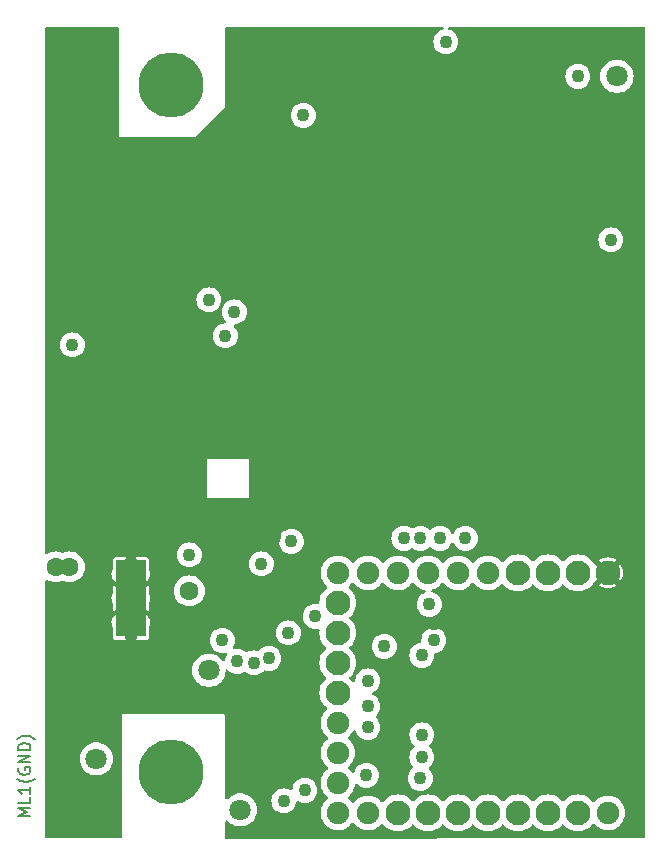
<source format=gbr>
%TF.GenerationSoftware,KiCad,Pcbnew,7.0.8*%
%TF.CreationDate,2024-06-11T21:18:20+02:00*%
%TF.ProjectId,Stima V4 GSM R1_1,5374696d-6120-4563-9420-47534d205231,rev?*%
%TF.SameCoordinates,Original*%
%TF.FileFunction,Copper,L2,Inr*%
%TF.FilePolarity,Positive*%
%FSLAX46Y46*%
G04 Gerber Fmt 4.6, Leading zero omitted, Abs format (unit mm)*
G04 Created by KiCad (PCBNEW 7.0.8) date 2024-06-11 21:18:20*
%MOMM*%
%LPD*%
G01*
G04 APERTURE LIST*
%ADD10C,0.150000*%
%TA.AperFunction,NonConductor*%
%ADD11C,0.150000*%
%TD*%
%TA.AperFunction,ComponentPad*%
%ADD12C,5.500000*%
%TD*%
%TA.AperFunction,ComponentPad*%
%ADD13C,1.900000*%
%TD*%
%TA.AperFunction,ComponentPad*%
%ADD14C,2.100000*%
%TD*%
%TA.AperFunction,ComponentPad*%
%ADD15C,0.500000*%
%TD*%
%TA.AperFunction,ComponentPad*%
%ADD16R,2.560000X6.500000*%
%TD*%
%TA.AperFunction,ViaPad*%
%ADD17C,1.600000*%
%TD*%
%TA.AperFunction,ViaPad*%
%ADD18C,1.800000*%
%TD*%
%TA.AperFunction,ViaPad*%
%ADD19C,1.100000*%
%TD*%
G04 APERTURE END LIST*
D10*
D11*
X121764419Y-137242320D02*
X120764419Y-137242320D01*
X120764419Y-137242320D02*
X121478704Y-136908987D01*
X121478704Y-136908987D02*
X120764419Y-136575654D01*
X120764419Y-136575654D02*
X121764419Y-136575654D01*
X121764419Y-135623273D02*
X121764419Y-136099463D01*
X121764419Y-136099463D02*
X120764419Y-136099463D01*
X121764419Y-134766130D02*
X121764419Y-135337558D01*
X121764419Y-135051844D02*
X120764419Y-135051844D01*
X120764419Y-135051844D02*
X120907276Y-135147082D01*
X120907276Y-135147082D02*
X121002514Y-135242320D01*
X121002514Y-135242320D02*
X121050133Y-135337558D01*
X122145371Y-134051844D02*
X122097752Y-134099463D01*
X122097752Y-134099463D02*
X121954895Y-134194701D01*
X121954895Y-134194701D02*
X121859657Y-134242320D01*
X121859657Y-134242320D02*
X121716800Y-134289939D01*
X121716800Y-134289939D02*
X121478704Y-134337558D01*
X121478704Y-134337558D02*
X121288228Y-134337558D01*
X121288228Y-134337558D02*
X121050133Y-134289939D01*
X121050133Y-134289939D02*
X120907276Y-134242320D01*
X120907276Y-134242320D02*
X120812038Y-134194701D01*
X120812038Y-134194701D02*
X120669180Y-134099463D01*
X120669180Y-134099463D02*
X120621561Y-134051844D01*
X120812038Y-133147082D02*
X120764419Y-133242320D01*
X120764419Y-133242320D02*
X120764419Y-133385177D01*
X120764419Y-133385177D02*
X120812038Y-133528034D01*
X120812038Y-133528034D02*
X120907276Y-133623272D01*
X120907276Y-133623272D02*
X121002514Y-133670891D01*
X121002514Y-133670891D02*
X121192990Y-133718510D01*
X121192990Y-133718510D02*
X121335847Y-133718510D01*
X121335847Y-133718510D02*
X121526323Y-133670891D01*
X121526323Y-133670891D02*
X121621561Y-133623272D01*
X121621561Y-133623272D02*
X121716800Y-133528034D01*
X121716800Y-133528034D02*
X121764419Y-133385177D01*
X121764419Y-133385177D02*
X121764419Y-133289939D01*
X121764419Y-133289939D02*
X121716800Y-133147082D01*
X121716800Y-133147082D02*
X121669180Y-133099463D01*
X121669180Y-133099463D02*
X121335847Y-133099463D01*
X121335847Y-133099463D02*
X121335847Y-133289939D01*
X121764419Y-132670891D02*
X120764419Y-132670891D01*
X120764419Y-132670891D02*
X121764419Y-132099463D01*
X121764419Y-132099463D02*
X120764419Y-132099463D01*
X121764419Y-131623272D02*
X120764419Y-131623272D01*
X120764419Y-131623272D02*
X120764419Y-131385177D01*
X120764419Y-131385177D02*
X120812038Y-131242320D01*
X120812038Y-131242320D02*
X120907276Y-131147082D01*
X120907276Y-131147082D02*
X121002514Y-131099463D01*
X121002514Y-131099463D02*
X121192990Y-131051844D01*
X121192990Y-131051844D02*
X121335847Y-131051844D01*
X121335847Y-131051844D02*
X121526323Y-131099463D01*
X121526323Y-131099463D02*
X121621561Y-131147082D01*
X121621561Y-131147082D02*
X121716800Y-131242320D01*
X121716800Y-131242320D02*
X121764419Y-131385177D01*
X121764419Y-131385177D02*
X121764419Y-131623272D01*
X122145371Y-130718510D02*
X122097752Y-130670891D01*
X122097752Y-130670891D02*
X121954895Y-130575653D01*
X121954895Y-130575653D02*
X121859657Y-130528034D01*
X121859657Y-130528034D02*
X121716800Y-130480415D01*
X121716800Y-130480415D02*
X121478704Y-130432796D01*
X121478704Y-130432796D02*
X121288228Y-130432796D01*
X121288228Y-130432796D02*
X121050133Y-130480415D01*
X121050133Y-130480415D02*
X120907276Y-130528034D01*
X120907276Y-130528034D02*
X120812038Y-130575653D01*
X120812038Y-130575653D02*
X120669180Y-130670891D01*
X120669180Y-130670891D02*
X120621561Y-130718510D01*
D12*
%TO.N,unconnected-(A3-A-Pad1)*%
%TO.C,A3*%
X133705600Y-133515100D03*
%TD*%
D13*
%TO.N,+5V*%
%TO.C,U3*%
X170662600Y-136944100D03*
D14*
%TO.N,+3V3*%
X168122600Y-136944100D03*
%TO.N,unconnected-(U3-D7-Pad3)*%
X165582600Y-136944100D03*
%TO.N,unconnected-(U3-D8-Pad4)*%
X163042600Y-136944100D03*
%TO.N,unconnected-(U3-D9-Pad5)*%
X160502600Y-136944100D03*
%TO.N,unconnected-(U3-D10-Pad6)*%
X157962600Y-136944100D03*
%TO.N,unconnected-(U3-D11-Pad7)*%
X155422600Y-136944100D03*
%TO.N,unconnected-(U3-D12-Pad8)*%
X152882600Y-136944100D03*
D13*
%TO.N,unconnected-(U3-D13-Pad9)*%
X150342600Y-136944100D03*
%TO.N,unconnected-(U3-REF-Pad10)*%
X147802600Y-136944100D03*
%TO.N,unconnected-(U3-A0-Pad11)*%
X147802600Y-134404100D03*
%TO.N,unconnected-(U3-A1-Pad12)*%
X147802600Y-131864100D03*
%TO.N,unconnected-(U3-A2-Pad13)*%
X147802600Y-129324100D03*
D14*
%TO.N,unconnected-(U3-A3-Pad14)*%
X147802600Y-126784100D03*
%TO.N,unconnected-(U3-A4-Pad15)*%
X147802600Y-124244100D03*
%TO.N,unconnected-(U3-A5-Pad16)*%
X147802600Y-121704100D03*
%TO.N,unconnected-(U3-A6-Pad17)*%
X147802600Y-119164100D03*
D13*
%TO.N,unconnected-(U3-A7-Pad18)*%
X147802600Y-116624100D03*
%TO.N,/USART2_RX*%
X150342600Y-116624100D03*
%TO.N,/USART2_TX*%
X152882600Y-116624100D03*
%TO.N,unconnected-(U3-D2-Pad21)*%
X155422600Y-116624100D03*
%TO.N,unconnected-(U3-D3-Pad22)*%
X157962600Y-116624100D03*
%TO.N,/EN_PW_GSM*%
X160502600Y-116624100D03*
D14*
%TO.N,/PWRKEY*%
X163042600Y-116624100D03*
%TO.N,/RI*%
X165582600Y-116624100D03*
%TO.N,/RST*%
X168122600Y-116624100D03*
%TO.N,GND*%
X170662600Y-116624100D03*
%TD*%
D15*
%TO.N,*%
%TO.C,U5*%
X129387600Y-120815100D03*
X130276600Y-120815100D03*
X131165600Y-120815100D03*
X129387600Y-118783100D03*
X131165600Y-118783100D03*
X129387600Y-116751100D03*
X130276600Y-116751100D03*
X131165600Y-116751100D03*
D16*
%TO.N,GND*%
X130276600Y-118783100D03*
%TD*%
D12*
%TO.N,unconnected-(A4-A-Pad1)*%
%TO.C,A4*%
X133705600Y-75349100D03*
%TD*%
D17*
%TO.N,+3V8*%
X125069600Y-116116100D03*
D18*
X171426200Y-74585500D03*
D19*
X168122600Y-74587100D03*
X125323600Y-97320100D03*
X170916600Y-88430100D03*
D17*
X123926600Y-116116100D03*
D19*
X156946600Y-71666100D03*
D18*
%TO.N,+1V8*%
X136882200Y-124877500D03*
D19*
X141325600Y-115862100D03*
X143865600Y-113957100D03*
%TO.N,GND*%
X130276600Y-115608100D03*
D18*
X171426200Y-78649500D03*
D19*
X167614600Y-81572100D03*
X135039100Y-111734600D03*
X147548600Y-108877100D03*
X130276600Y-119799100D03*
X172821600Y-138341100D03*
X155930600Y-120942100D03*
X153390600Y-77381100D03*
X170789600Y-92875100D03*
X129768600Y-86271100D03*
X141833600Y-121577100D03*
X143103600Y-130848100D03*
X130276600Y-122085100D03*
X151485600Y-108877100D03*
D18*
X125960200Y-127036500D03*
D19*
X134975600Y-127927100D03*
X142468600Y-113576100D03*
X161264600Y-112687100D03*
X154914600Y-125260100D03*
X142468600Y-117386100D03*
X130276600Y-117767100D03*
X128371600Y-108750100D03*
X145897600Y-76365100D03*
X130276600Y-90589100D03*
X170662600Y-113830100D03*
%TO.N,+5V*%
X135229600Y-115100100D03*
D17*
X135229600Y-118148100D03*
D18*
X127357200Y-132370500D03*
%TO.N,+3V3*%
X139549200Y-136688500D03*
D19*
X145897600Y-120307100D03*
%TO.N,Net-(DZ5-TVS2)*%
X155549600Y-119291100D03*
X158597600Y-113703100D03*
X154914600Y-123609100D03*
%TO.N,Net-(DZ5-TVS1)*%
X154787600Y-134023100D03*
X155930600Y-122339100D03*
%TO.N,Net-(DZ5-TVS5)*%
X154914600Y-130340100D03*
X151739600Y-122847100D03*
%TO.N,/PWRKEY*%
X138023600Y-122339100D03*
%TO.N,Net-(U1-USIM_DATA)*%
X150342600Y-129705100D03*
X153390600Y-113703100D03*
%TO.N,Net-(U1-USIM_RTS)*%
X150342600Y-125768100D03*
X154787600Y-113703100D03*
%TO.N,/EN_PW_GSM*%
X143611600Y-121704100D03*
%TO.N,Net-(U1-USIM_CLK)*%
X150342600Y-127927100D03*
X156438600Y-113703100D03*
%TO.N,Net-(U1-USIM_DET)*%
X144881600Y-77889100D03*
X154914600Y-132245100D03*
%TO.N,Net-(U1-RXD)*%
X139293600Y-124117100D03*
X136880600Y-93510100D03*
%TO.N,Net-(U1-RI)*%
X141960600Y-123863100D03*
X139039600Y-94526100D03*
%TO.N,Net-(U1-TXD)*%
X138277600Y-96558100D03*
X140690600Y-124244100D03*
%TO.N,/USART2_RX*%
X143230600Y-135928100D03*
%TO.N,/USART2_TX*%
X150215600Y-133769100D03*
%TO.N,/RI*%
X145008600Y-135039100D03*
%TD*%
%TA.AperFunction,Conductor*%
%TO.N,GND*%
G36*
X130157081Y-118918009D02*
G01*
X130233466Y-118958100D01*
X130297847Y-118958100D01*
X130360360Y-118942692D01*
X130414842Y-118894424D01*
X130421436Y-118952944D01*
X130421438Y-118952952D01*
X130427998Y-118971699D01*
X130431559Y-119041478D01*
X130396830Y-119102105D01*
X130334836Y-119134332D01*
X130310956Y-119136653D01*
X130242244Y-119136653D01*
X130175205Y-119116968D01*
X130129450Y-119064164D01*
X130119506Y-118995006D01*
X130125202Y-118971699D01*
X130129960Y-118958100D01*
X130131762Y-118952950D01*
X130138699Y-118891378D01*
X130157081Y-118918009D01*
G37*
%TD.AperFunction*%
%TA.AperFunction,Conductor*%
G36*
X130377995Y-118449232D02*
G01*
X130423750Y-118502036D01*
X130433694Y-118571194D01*
X130427998Y-118594501D01*
X130421438Y-118613247D01*
X130421436Y-118613255D01*
X130414499Y-118674819D01*
X130396119Y-118648191D01*
X130319734Y-118608100D01*
X130255353Y-118608100D01*
X130192840Y-118623508D01*
X130138356Y-118671776D01*
X130131763Y-118613255D01*
X130131761Y-118613247D01*
X130125202Y-118594501D01*
X130121641Y-118524722D01*
X130156370Y-118464095D01*
X130218364Y-118431868D01*
X130242244Y-118429547D01*
X130310956Y-118429547D01*
X130377995Y-118449232D01*
G37*
%TD.AperFunction*%
%TA.AperFunction,Conductor*%
G36*
X129203639Y-70415785D02*
G01*
X129249394Y-70468589D01*
X129260600Y-70520100D01*
X129260600Y-79713100D01*
X135737600Y-79713100D01*
X137561600Y-77889100D01*
X143817978Y-77889100D01*
X143838414Y-78096600D01*
X143898942Y-78296133D01*
X143997233Y-78480020D01*
X144129505Y-78641194D01*
X144290679Y-78773466D01*
X144290683Y-78773469D01*
X144474569Y-78871759D01*
X144674098Y-78932285D01*
X144881600Y-78952722D01*
X145089102Y-78932285D01*
X145288631Y-78871759D01*
X145472517Y-78773469D01*
X145633694Y-78641194D01*
X145765969Y-78480017D01*
X145864259Y-78296131D01*
X145924785Y-78096602D01*
X145945222Y-77889100D01*
X145924785Y-77681598D01*
X145864259Y-77482069D01*
X145765969Y-77298183D01*
X145663316Y-77173100D01*
X145633694Y-77137005D01*
X145472520Y-77004733D01*
X145472518Y-77004732D01*
X145472517Y-77004731D01*
X145288631Y-76906441D01*
X145188866Y-76876178D01*
X145089100Y-76845914D01*
X144881600Y-76825478D01*
X144674099Y-76845914D01*
X144474566Y-76906442D01*
X144290679Y-77004733D01*
X144129505Y-77137005D01*
X143997233Y-77298179D01*
X143898942Y-77482066D01*
X143838414Y-77681599D01*
X143817978Y-77889100D01*
X137561600Y-77889100D01*
X138277600Y-77173100D01*
X138277600Y-74587100D01*
X167058978Y-74587100D01*
X167079414Y-74794600D01*
X167139942Y-74994133D01*
X167238233Y-75178020D01*
X167370505Y-75339194D01*
X167509890Y-75453584D01*
X167531683Y-75471469D01*
X167715569Y-75569759D01*
X167915098Y-75630285D01*
X168122600Y-75650722D01*
X168330102Y-75630285D01*
X168529631Y-75569759D01*
X168713517Y-75471469D01*
X168874694Y-75339194D01*
X169006969Y-75178017D01*
X169105259Y-74994131D01*
X169165785Y-74794602D01*
X169186222Y-74587100D01*
X169186065Y-74585505D01*
X170012873Y-74585505D01*
X170032148Y-74818122D01*
X170089451Y-75044407D01*
X170183215Y-75258168D01*
X170310886Y-75453584D01*
X170417832Y-75569757D01*
X170468980Y-75625318D01*
X170653183Y-75768690D01*
X170653185Y-75768691D01*
X170653188Y-75768693D01*
X170772531Y-75833277D01*
X170858473Y-75879787D01*
X170973114Y-75919143D01*
X171079245Y-75955579D01*
X171079247Y-75955579D01*
X171079249Y-75955580D01*
X171309488Y-75994000D01*
X171309489Y-75994000D01*
X171542911Y-75994000D01*
X171542912Y-75994000D01*
X171773151Y-75955580D01*
X171993927Y-75879787D01*
X172199217Y-75768690D01*
X172383420Y-75625318D01*
X172541514Y-75453583D01*
X172669184Y-75258169D01*
X172762949Y-75044407D01*
X172820251Y-74818126D01*
X172834382Y-74647590D01*
X172839527Y-74585505D01*
X172839527Y-74585494D01*
X172826676Y-74430416D01*
X172820251Y-74352874D01*
X172762949Y-74126593D01*
X172669184Y-73912831D01*
X172541514Y-73717417D01*
X172541513Y-73717415D01*
X172383423Y-73545685D01*
X172383422Y-73545684D01*
X172383420Y-73545682D01*
X172199217Y-73402310D01*
X172199215Y-73402309D01*
X172199214Y-73402308D01*
X172199211Y-73402306D01*
X171993933Y-73291216D01*
X171993930Y-73291215D01*
X171993927Y-73291213D01*
X171993921Y-73291211D01*
X171993919Y-73291210D01*
X171773154Y-73215420D01*
X171600471Y-73186605D01*
X171542912Y-73177000D01*
X171309488Y-73177000D01*
X171263440Y-73184684D01*
X171079245Y-73215420D01*
X170858480Y-73291210D01*
X170858466Y-73291216D01*
X170653188Y-73402306D01*
X170653185Y-73402308D01*
X170468981Y-73545681D01*
X170468976Y-73545685D01*
X170310886Y-73717415D01*
X170183215Y-73912831D01*
X170089451Y-74126592D01*
X170032148Y-74352877D01*
X170012873Y-74585494D01*
X170012873Y-74585505D01*
X169186065Y-74585505D01*
X169165785Y-74379598D01*
X169105259Y-74180069D01*
X169006969Y-73996183D01*
X169006966Y-73996179D01*
X168874694Y-73835005D01*
X168713520Y-73702733D01*
X168713518Y-73702732D01*
X168713517Y-73702731D01*
X168529631Y-73604441D01*
X168429866Y-73574178D01*
X168330100Y-73543914D01*
X168122600Y-73523478D01*
X167915099Y-73543914D01*
X167715566Y-73604442D01*
X167531679Y-73702733D01*
X167370505Y-73835005D01*
X167238233Y-73996179D01*
X167139942Y-74180066D01*
X167079414Y-74379599D01*
X167058978Y-74587100D01*
X138277600Y-74587100D01*
X138277600Y-70520100D01*
X138297285Y-70453061D01*
X138350089Y-70407306D01*
X138401600Y-70396100D01*
X156650866Y-70396100D01*
X156717905Y-70415785D01*
X156763660Y-70468589D01*
X156773604Y-70537747D01*
X156744579Y-70601303D01*
X156686861Y-70638760D01*
X156539569Y-70683441D01*
X156539566Y-70683442D01*
X156355679Y-70781733D01*
X156194505Y-70914005D01*
X156062233Y-71075179D01*
X155963942Y-71259066D01*
X155903414Y-71458599D01*
X155882978Y-71666100D01*
X155903414Y-71873600D01*
X155903415Y-71873602D01*
X155963941Y-72073131D01*
X156034299Y-72204761D01*
X156062233Y-72257020D01*
X156194505Y-72418194D01*
X156355679Y-72550466D01*
X156355683Y-72550469D01*
X156539569Y-72648759D01*
X156739098Y-72709285D01*
X156946600Y-72729722D01*
X157154102Y-72709285D01*
X157353631Y-72648759D01*
X157537517Y-72550469D01*
X157698694Y-72418194D01*
X157830969Y-72257017D01*
X157929259Y-72073131D01*
X157989785Y-71873602D01*
X158010222Y-71666100D01*
X157989785Y-71458598D01*
X157929259Y-71259069D01*
X157830969Y-71075183D01*
X157830966Y-71075179D01*
X157698694Y-70914005D01*
X157537520Y-70781733D01*
X157537518Y-70781732D01*
X157537517Y-70781731D01*
X157353631Y-70683441D01*
X157206338Y-70638760D01*
X157147900Y-70600463D01*
X157119444Y-70536651D01*
X157130004Y-70467584D01*
X157176228Y-70415190D01*
X157242334Y-70396100D01*
X173713600Y-70396100D01*
X173780639Y-70415785D01*
X173826394Y-70468589D01*
X173837600Y-70520100D01*
X173837600Y-138979260D01*
X173817915Y-139046299D01*
X173765111Y-139092054D01*
X173713760Y-139103260D01*
X138401760Y-139148939D01*
X138334696Y-139129341D01*
X138288872Y-139076596D01*
X138277600Y-139024939D01*
X138277600Y-137704595D01*
X138297285Y-137637556D01*
X138350089Y-137591801D01*
X138419247Y-137581857D01*
X138482803Y-137610882D01*
X138492821Y-137620604D01*
X138591980Y-137728318D01*
X138776183Y-137871690D01*
X138776185Y-137871691D01*
X138776188Y-137871693D01*
X138881266Y-137928558D01*
X138981473Y-137982787D01*
X139092305Y-138020836D01*
X139202245Y-138058579D01*
X139202247Y-138058579D01*
X139202249Y-138058580D01*
X139432488Y-138097000D01*
X139432489Y-138097000D01*
X139665911Y-138097000D01*
X139665912Y-138097000D01*
X139896151Y-138058580D01*
X140116927Y-137982787D01*
X140322217Y-137871690D01*
X140506420Y-137728318D01*
X140664514Y-137556583D01*
X140792184Y-137361169D01*
X140885949Y-137147407D01*
X140943251Y-136921126D01*
X140952255Y-136812466D01*
X140962527Y-136688505D01*
X140962527Y-136688494D01*
X140948483Y-136519017D01*
X140943251Y-136455874D01*
X140885949Y-136229593D01*
X140792184Y-136015831D01*
X140734866Y-135928100D01*
X142166978Y-135928100D01*
X142187414Y-136135600D01*
X142187415Y-136135602D01*
X142247941Y-136335131D01*
X142319444Y-136468903D01*
X142346233Y-136519020D01*
X142478505Y-136680194D01*
X142592321Y-136773600D01*
X142639683Y-136812469D01*
X142823569Y-136910759D01*
X143023098Y-136971285D01*
X143230600Y-136991722D01*
X143438102Y-136971285D01*
X143637631Y-136910759D01*
X143821517Y-136812469D01*
X143982694Y-136680194D01*
X144114969Y-136519017D01*
X144213259Y-136335131D01*
X144273785Y-136135602D01*
X144282640Y-136045693D01*
X144308799Y-135980909D01*
X144365833Y-135940549D01*
X144435633Y-135937432D01*
X144464494Y-135948490D01*
X144601569Y-136021759D01*
X144801098Y-136082285D01*
X145008600Y-136102722D01*
X145216102Y-136082285D01*
X145415631Y-136021759D01*
X145599517Y-135923469D01*
X145760694Y-135791194D01*
X145892969Y-135630017D01*
X145991259Y-135446131D01*
X146051785Y-135246602D01*
X146072222Y-135039100D01*
X146051785Y-134831598D01*
X145991259Y-134632069D01*
X145892969Y-134448183D01*
X145856786Y-134404094D01*
X145760694Y-134287005D01*
X145599520Y-134154733D01*
X145599518Y-134154732D01*
X145599517Y-134154731D01*
X145415631Y-134056441D01*
X145305720Y-134023100D01*
X145216100Y-133995914D01*
X145008600Y-133975478D01*
X144801099Y-133995914D01*
X144601566Y-134056442D01*
X144417679Y-134154733D01*
X144256505Y-134287005D01*
X144124233Y-134448179D01*
X144025942Y-134632066D01*
X143965414Y-134831599D01*
X143956560Y-134921504D01*
X143930399Y-134986291D01*
X143873365Y-135026650D01*
X143803565Y-135029767D01*
X143774703Y-135018708D01*
X143637633Y-134945442D01*
X143637632Y-134945441D01*
X143637631Y-134945441D01*
X143512453Y-134907469D01*
X143438100Y-134884914D01*
X143230600Y-134864478D01*
X143023099Y-134884914D01*
X142823566Y-134945442D01*
X142639679Y-135043733D01*
X142478505Y-135176005D01*
X142346233Y-135337179D01*
X142247942Y-135521066D01*
X142187414Y-135720599D01*
X142166978Y-135928100D01*
X140734866Y-135928100D01*
X140695187Y-135867366D01*
X140664513Y-135820415D01*
X140506423Y-135648685D01*
X140506422Y-135648684D01*
X140506420Y-135648682D01*
X140322217Y-135505310D01*
X140322215Y-135505309D01*
X140322214Y-135505308D01*
X140322211Y-135505306D01*
X140116933Y-135394216D01*
X140116930Y-135394215D01*
X140116927Y-135394213D01*
X140116921Y-135394211D01*
X140116919Y-135394210D01*
X139896154Y-135318420D01*
X139723471Y-135289605D01*
X139665912Y-135280000D01*
X139432488Y-135280000D01*
X139386440Y-135287684D01*
X139202245Y-135318420D01*
X138981480Y-135394210D01*
X138981466Y-135394216D01*
X138776188Y-135505306D01*
X138776185Y-135505308D01*
X138591981Y-135648681D01*
X138591976Y-135648685D01*
X138492829Y-135756387D01*
X138432942Y-135792378D01*
X138363104Y-135790277D01*
X138305488Y-135750753D01*
X138278387Y-135686353D01*
X138277600Y-135672404D01*
X138277600Y-128735100D01*
X138221693Y-128679193D01*
X138150600Y-128608100D01*
X138150598Y-128608099D01*
X138150600Y-128608099D01*
X129514600Y-128562099D01*
X129514600Y-138979100D01*
X129494915Y-139046139D01*
X129442111Y-139091894D01*
X129390600Y-139103100D01*
X123161600Y-139103100D01*
X123094561Y-139083415D01*
X123048806Y-139030611D01*
X123037600Y-138979100D01*
X123037600Y-132370505D01*
X125943873Y-132370505D01*
X125963148Y-132603122D01*
X126020451Y-132829407D01*
X126114215Y-133043168D01*
X126241886Y-133238584D01*
X126355563Y-133362069D01*
X126399980Y-133410318D01*
X126584183Y-133553690D01*
X126584185Y-133553691D01*
X126584188Y-133553693D01*
X126633430Y-133580341D01*
X126789473Y-133664787D01*
X126904114Y-133704143D01*
X127010245Y-133740579D01*
X127010247Y-133740579D01*
X127010249Y-133740580D01*
X127240488Y-133779000D01*
X127240489Y-133779000D01*
X127473911Y-133779000D01*
X127473912Y-133779000D01*
X127704151Y-133740580D01*
X127924927Y-133664787D01*
X128130217Y-133553690D01*
X128314420Y-133410318D01*
X128472514Y-133238583D01*
X128600184Y-133043169D01*
X128693949Y-132829407D01*
X128751251Y-132603126D01*
X128770527Y-132370500D01*
X128767941Y-132339297D01*
X128757676Y-132215416D01*
X128751251Y-132137874D01*
X128693949Y-131911593D01*
X128600184Y-131697831D01*
X128472514Y-131502417D01*
X128472513Y-131502415D01*
X128314423Y-131330685D01*
X128314422Y-131330684D01*
X128314420Y-131330682D01*
X128130217Y-131187310D01*
X128130215Y-131187309D01*
X128130214Y-131187308D01*
X128130211Y-131187306D01*
X127924933Y-131076216D01*
X127924930Y-131076215D01*
X127924927Y-131076213D01*
X127924921Y-131076211D01*
X127924919Y-131076210D01*
X127704154Y-131000420D01*
X127531471Y-130971605D01*
X127473912Y-130962000D01*
X127240488Y-130962000D01*
X127194440Y-130969684D01*
X127010245Y-131000420D01*
X126789480Y-131076210D01*
X126789466Y-131076216D01*
X126584188Y-131187306D01*
X126584185Y-131187308D01*
X126399981Y-131330681D01*
X126399976Y-131330685D01*
X126241886Y-131502415D01*
X126114215Y-131697831D01*
X126020451Y-131911592D01*
X125963148Y-132137877D01*
X125943873Y-132370494D01*
X125943873Y-132370505D01*
X123037600Y-132370505D01*
X123037600Y-124877505D01*
X135468873Y-124877505D01*
X135488148Y-125110122D01*
X135545451Y-125336407D01*
X135639215Y-125550168D01*
X135766886Y-125745584D01*
X135924976Y-125917314D01*
X135924980Y-125917318D01*
X136109183Y-126060690D01*
X136109185Y-126060691D01*
X136109188Y-126060693D01*
X136228531Y-126125277D01*
X136314473Y-126171787D01*
X136429114Y-126211143D01*
X136535245Y-126247579D01*
X136535247Y-126247579D01*
X136535249Y-126247580D01*
X136765488Y-126286000D01*
X136765489Y-126286000D01*
X136998911Y-126286000D01*
X136998912Y-126286000D01*
X137229151Y-126247580D01*
X137449927Y-126171787D01*
X137655217Y-126060690D01*
X137839420Y-125917318D01*
X137997514Y-125745583D01*
X138125184Y-125550169D01*
X138218949Y-125336407D01*
X138276251Y-125110126D01*
X138293437Y-124902718D01*
X138318590Y-124837537D01*
X138374992Y-124796299D01*
X138444735Y-124792101D01*
X138505677Y-124826275D01*
X138512866Y-124834297D01*
X138541505Y-124869194D01*
X138702679Y-125001466D01*
X138702683Y-125001469D01*
X138886569Y-125099759D01*
X139086098Y-125160285D01*
X139293600Y-125180722D01*
X139501102Y-125160285D01*
X139700631Y-125099759D01*
X139848034Y-125020969D01*
X139916435Y-125006728D01*
X139981679Y-125031727D01*
X139985151Y-125034475D01*
X140099679Y-125128466D01*
X140099683Y-125128469D01*
X140283569Y-125226759D01*
X140483098Y-125287285D01*
X140690600Y-125307722D01*
X140898102Y-125287285D01*
X141097631Y-125226759D01*
X141281517Y-125128469D01*
X141442694Y-124996194D01*
X141511082Y-124912862D01*
X141568827Y-124873528D01*
X141638672Y-124871657D01*
X141642927Y-124872865D01*
X141753098Y-124906285D01*
X141960600Y-124926722D01*
X142168102Y-124906285D01*
X142367631Y-124845759D01*
X142551517Y-124747469D01*
X142712694Y-124615194D01*
X142844969Y-124454017D01*
X142943259Y-124270131D01*
X143003785Y-124070602D01*
X143024222Y-123863100D01*
X143003785Y-123655598D01*
X142943259Y-123456069D01*
X142844969Y-123272183D01*
X142836154Y-123261442D01*
X142712694Y-123111005D01*
X142551520Y-122978733D01*
X142551518Y-122978732D01*
X142551517Y-122978731D01*
X142367631Y-122880441D01*
X142257720Y-122847100D01*
X142168100Y-122819914D01*
X141960600Y-122799478D01*
X141753099Y-122819914D01*
X141553566Y-122880442D01*
X141369679Y-122978733D01*
X141208507Y-123111003D01*
X141140116Y-123194338D01*
X141082369Y-123233672D01*
X141012525Y-123235541D01*
X141008269Y-123234333D01*
X140898100Y-123200914D01*
X140898101Y-123200914D01*
X140690600Y-123180478D01*
X140483099Y-123200914D01*
X140283564Y-123261442D01*
X140136166Y-123340229D01*
X140067763Y-123354471D01*
X140002520Y-123329471D01*
X139999048Y-123326724D01*
X139884520Y-123232733D01*
X139884518Y-123232732D01*
X139884517Y-123232731D01*
X139700631Y-123134441D01*
X139558064Y-123091194D01*
X139501100Y-123073914D01*
X139293600Y-123053478D01*
X139086097Y-123073915D01*
X139068165Y-123079354D01*
X138998298Y-123079975D01*
X138939187Y-123042725D01*
X138909598Y-122979429D01*
X138918926Y-122910185D01*
X138922801Y-122902267D01*
X139006259Y-122746131D01*
X139066785Y-122546602D01*
X139087222Y-122339100D01*
X139066785Y-122131598D01*
X139006259Y-121932069D01*
X138907969Y-121748183D01*
X138871791Y-121704100D01*
X142547978Y-121704100D01*
X142568414Y-121911600D01*
X142579655Y-121948657D01*
X142628941Y-122111131D01*
X142706471Y-122256179D01*
X142727233Y-122295020D01*
X142859505Y-122456194D01*
X142993201Y-122565915D01*
X143020683Y-122588469D01*
X143204569Y-122686759D01*
X143404098Y-122747285D01*
X143611600Y-122767722D01*
X143819102Y-122747285D01*
X144018631Y-122686759D01*
X144202517Y-122588469D01*
X144363694Y-122456194D01*
X144495969Y-122295017D01*
X144594259Y-122111131D01*
X144654785Y-121911602D01*
X144675222Y-121704100D01*
X144654785Y-121496598D01*
X144594259Y-121297069D01*
X144495969Y-121113183D01*
X144495966Y-121113179D01*
X144363694Y-120952005D01*
X144202520Y-120819733D01*
X144202518Y-120819732D01*
X144202517Y-120819731D01*
X144018631Y-120721441D01*
X143918866Y-120691178D01*
X143819100Y-120660914D01*
X143611600Y-120640478D01*
X143404099Y-120660914D01*
X143204566Y-120721442D01*
X143020679Y-120819733D01*
X142859505Y-120952005D01*
X142727233Y-121113179D01*
X142628942Y-121297066D01*
X142568414Y-121496599D01*
X142547978Y-121704100D01*
X138871791Y-121704100D01*
X138775694Y-121587005D01*
X138614520Y-121454733D01*
X138614518Y-121454732D01*
X138614517Y-121454731D01*
X138430631Y-121356441D01*
X138330866Y-121326178D01*
X138231100Y-121295914D01*
X138023600Y-121275478D01*
X137816099Y-121295914D01*
X137616566Y-121356442D01*
X137432679Y-121454733D01*
X137271505Y-121587005D01*
X137139233Y-121748179D01*
X137040942Y-121932066D01*
X136980414Y-122131599D01*
X136959978Y-122339100D01*
X136980414Y-122546600D01*
X136980415Y-122546602D01*
X137040941Y-122746131D01*
X137128630Y-122910185D01*
X137139233Y-122930020D01*
X137271505Y-123091194D01*
X137405201Y-123200915D01*
X137432683Y-123223469D01*
X137616569Y-123321759D01*
X137816098Y-123382285D01*
X138023600Y-123402722D01*
X138231102Y-123382285D01*
X138249028Y-123376846D01*
X138318895Y-123376222D01*
X138378008Y-123413470D01*
X138407600Y-123476763D01*
X138398275Y-123546008D01*
X138394383Y-123553961D01*
X138310942Y-123710066D01*
X138250414Y-123909599D01*
X138243270Y-123982135D01*
X138217108Y-124046922D01*
X138160073Y-124087281D01*
X138090273Y-124090397D01*
X138029869Y-124055282D01*
X138016057Y-124037800D01*
X137997512Y-124009414D01*
X137839423Y-123837685D01*
X137839422Y-123837684D01*
X137839420Y-123837682D01*
X137655217Y-123694310D01*
X137655215Y-123694309D01*
X137655214Y-123694308D01*
X137655211Y-123694306D01*
X137449933Y-123583216D01*
X137449930Y-123583215D01*
X137449927Y-123583213D01*
X137449921Y-123583211D01*
X137449919Y-123583210D01*
X137229154Y-123507420D01*
X137045433Y-123476763D01*
X136998912Y-123469000D01*
X136765488Y-123469000D01*
X136719440Y-123476684D01*
X136535245Y-123507420D01*
X136314480Y-123583210D01*
X136314466Y-123583216D01*
X136109188Y-123694306D01*
X136109185Y-123694308D01*
X135924981Y-123837681D01*
X135924976Y-123837685D01*
X135766886Y-124009415D01*
X135639215Y-124204831D01*
X135545451Y-124418592D01*
X135488148Y-124644877D01*
X135468873Y-124877494D01*
X135468873Y-124877505D01*
X123037600Y-124877505D01*
X123037600Y-120815103D01*
X128624301Y-120815103D01*
X128643436Y-120984944D01*
X128643437Y-120984949D01*
X128699891Y-121146285D01*
X128723593Y-121184005D01*
X128742600Y-121249978D01*
X128742600Y-122058114D01*
X128757337Y-122132206D01*
X128757338Y-122132209D01*
X128813476Y-122216223D01*
X128897495Y-122272363D01*
X128897496Y-122272364D01*
X128971580Y-122287099D01*
X131581614Y-122287099D01*
X131655706Y-122272362D01*
X131655709Y-122272361D01*
X131739723Y-122216223D01*
X131795863Y-122132204D01*
X131795864Y-122132203D01*
X131810599Y-122058121D01*
X131810599Y-121249978D01*
X131829605Y-121184007D01*
X131853309Y-121146283D01*
X131892837Y-121033317D01*
X131909760Y-120984957D01*
X131909763Y-120984944D01*
X131928899Y-120815103D01*
X131928899Y-120815096D01*
X131909763Y-120645255D01*
X131909762Y-120645250D01*
X131893462Y-120598667D01*
X131853309Y-120483917D01*
X131762371Y-120339191D01*
X131730280Y-120307100D01*
X144833978Y-120307100D01*
X144854414Y-120514600D01*
X144879916Y-120598667D01*
X144914941Y-120714131D01*
X144968908Y-120815096D01*
X145013233Y-120898020D01*
X145145505Y-121059194D01*
X145251626Y-121146285D01*
X145306683Y-121191469D01*
X145490569Y-121289759D01*
X145690098Y-121350285D01*
X145897600Y-121370722D01*
X146105102Y-121350285D01*
X146105111Y-121350282D01*
X146109030Y-121349503D01*
X146111133Y-121349691D01*
X146111165Y-121349688D01*
X146111165Y-121349693D01*
X146178622Y-121355724D01*
X146233804Y-121398582D01*
X146257055Y-121464469D01*
X146256851Y-121480847D01*
X146239281Y-121704099D01*
X146258527Y-121948654D01*
X146315793Y-122187187D01*
X146409671Y-122413830D01*
X146491034Y-122546602D01*
X146537848Y-122622996D01*
X146697167Y-122809533D01*
X146773147Y-122874427D01*
X146779450Y-122879810D01*
X146817643Y-122938317D01*
X146818141Y-123008185D01*
X146780787Y-123067231D01*
X146779450Y-123068390D01*
X146697167Y-123138667D01*
X146537846Y-123325206D01*
X146409671Y-123534369D01*
X146315793Y-123761012D01*
X146258527Y-123999545D01*
X146239281Y-124244100D01*
X146258527Y-124488654D01*
X146315793Y-124727187D01*
X146409671Y-124953830D01*
X146516688Y-125128466D01*
X146537848Y-125162996D01*
X146697167Y-125349533D01*
X146773147Y-125414427D01*
X146779450Y-125419810D01*
X146817643Y-125478317D01*
X146818141Y-125548185D01*
X146780787Y-125607231D01*
X146779450Y-125608390D01*
X146697167Y-125678667D01*
X146537846Y-125865206D01*
X146409671Y-126074369D01*
X146315793Y-126301012D01*
X146258527Y-126539545D01*
X146239281Y-126784100D01*
X146258527Y-127028654D01*
X146315793Y-127267187D01*
X146409671Y-127493830D01*
X146537846Y-127702993D01*
X146537848Y-127702996D01*
X146697167Y-127889533D01*
X146855217Y-128024522D01*
X146893410Y-128083028D01*
X146893908Y-128152896D01*
X146856554Y-128211942D01*
X146850848Y-128216664D01*
X146811401Y-128247367D01*
X146647695Y-128425198D01*
X146647692Y-128425202D01*
X146515491Y-128627549D01*
X146418397Y-128848902D01*
X146359060Y-129083219D01*
X146339101Y-129324094D01*
X146339101Y-129324105D01*
X146359060Y-129564980D01*
X146418397Y-129799297D01*
X146515491Y-130020650D01*
X146588631Y-130132598D01*
X146647694Y-130223000D01*
X146811399Y-130400831D01*
X146933989Y-130496247D01*
X146974802Y-130552957D01*
X146978477Y-130622730D01*
X146943846Y-130683413D01*
X146933994Y-130691949D01*
X146863097Y-130747131D01*
X146811400Y-130787368D01*
X146647695Y-130965198D01*
X146647692Y-130965202D01*
X146515491Y-131167549D01*
X146418397Y-131388902D01*
X146359060Y-131623219D01*
X146339101Y-131864094D01*
X146339101Y-131864105D01*
X146359060Y-132104980D01*
X146418397Y-132339297D01*
X146515491Y-132560650D01*
X146610113Y-132705478D01*
X146647694Y-132763000D01*
X146811399Y-132940831D01*
X146933989Y-133036247D01*
X146974802Y-133092957D01*
X146978477Y-133162730D01*
X146943846Y-133223413D01*
X146933994Y-133231949D01*
X146850393Y-133297018D01*
X146811400Y-133327368D01*
X146647695Y-133505198D01*
X146647692Y-133505202D01*
X146515491Y-133707549D01*
X146418397Y-133928902D01*
X146359060Y-134163219D01*
X146339101Y-134404094D01*
X146339101Y-134404105D01*
X146359060Y-134644980D01*
X146418397Y-134879297D01*
X146515491Y-135100650D01*
X146564724Y-135176006D01*
X146647694Y-135303000D01*
X146811399Y-135480831D01*
X146933989Y-135576247D01*
X146974802Y-135632957D01*
X146978477Y-135702730D01*
X146943846Y-135763413D01*
X146933994Y-135771949D01*
X146910447Y-135790277D01*
X146811400Y-135867368D01*
X146647695Y-136045198D01*
X146647692Y-136045202D01*
X146515491Y-136247549D01*
X146418397Y-136468902D01*
X146359060Y-136703219D01*
X146339101Y-136944094D01*
X146339101Y-136944105D01*
X146359060Y-137184980D01*
X146418397Y-137419297D01*
X146515491Y-137640650D01*
X146636408Y-137825726D01*
X146647694Y-137843000D01*
X146811399Y-138020831D01*
X146811402Y-138020833D01*
X146811405Y-138020836D01*
X147002133Y-138169286D01*
X147002139Y-138169290D01*
X147002142Y-138169292D01*
X147214719Y-138284333D01*
X147333429Y-138325086D01*
X147443328Y-138362815D01*
X147443330Y-138362815D01*
X147443332Y-138362816D01*
X147681745Y-138402600D01*
X147681746Y-138402600D01*
X147923454Y-138402600D01*
X147923455Y-138402600D01*
X148161868Y-138362816D01*
X148390481Y-138284333D01*
X148603058Y-138169292D01*
X148793801Y-138020831D01*
X148957506Y-137843000D01*
X148968792Y-137825724D01*
X149021937Y-137780369D01*
X149091169Y-137770945D01*
X149154505Y-137800447D01*
X149176406Y-137825722D01*
X149187694Y-137843000D01*
X149351399Y-138020831D01*
X149351402Y-138020833D01*
X149351405Y-138020836D01*
X149542133Y-138169286D01*
X149542139Y-138169290D01*
X149542142Y-138169292D01*
X149754719Y-138284333D01*
X149873429Y-138325086D01*
X149983328Y-138362815D01*
X149983330Y-138362815D01*
X149983332Y-138362816D01*
X150221745Y-138402600D01*
X150221746Y-138402600D01*
X150463454Y-138402600D01*
X150463455Y-138402600D01*
X150701868Y-138362816D01*
X150930481Y-138284333D01*
X151143058Y-138169292D01*
X151333801Y-138020831D01*
X151456369Y-137887686D01*
X151516251Y-137851698D01*
X151586089Y-137853797D01*
X151641884Y-137891138D01*
X151777167Y-138049533D01*
X151963704Y-138208852D01*
X151963706Y-138208853D01*
X152172869Y-138337028D01*
X152279708Y-138381282D01*
X152399508Y-138430905D01*
X152638043Y-138488172D01*
X152882600Y-138507419D01*
X153127157Y-138488172D01*
X153365692Y-138430905D01*
X153592332Y-138337027D01*
X153801496Y-138208852D01*
X153988033Y-138049533D01*
X154058311Y-137967247D01*
X154116817Y-137929056D01*
X154186685Y-137928558D01*
X154245731Y-137965911D01*
X154246834Y-137967185D01*
X154317167Y-138049533D01*
X154503704Y-138208852D01*
X154503706Y-138208853D01*
X154712869Y-138337028D01*
X154819708Y-138381282D01*
X154939508Y-138430905D01*
X155178043Y-138488172D01*
X155422600Y-138507419D01*
X155667157Y-138488172D01*
X155905692Y-138430905D01*
X156132332Y-138337027D01*
X156341496Y-138208852D01*
X156528033Y-138049533D01*
X156598311Y-137967247D01*
X156656817Y-137929056D01*
X156726685Y-137928558D01*
X156785731Y-137965911D01*
X156786834Y-137967185D01*
X156857167Y-138049533D01*
X157043704Y-138208852D01*
X157043706Y-138208853D01*
X157252869Y-138337028D01*
X157359708Y-138381282D01*
X157479508Y-138430905D01*
X157718043Y-138488172D01*
X157962600Y-138507419D01*
X158207157Y-138488172D01*
X158445692Y-138430905D01*
X158672332Y-138337027D01*
X158881496Y-138208852D01*
X159068033Y-138049533D01*
X159138311Y-137967247D01*
X159196817Y-137929056D01*
X159266685Y-137928558D01*
X159325731Y-137965911D01*
X159326834Y-137967185D01*
X159397167Y-138049533D01*
X159583704Y-138208852D01*
X159583706Y-138208853D01*
X159792869Y-138337028D01*
X159899708Y-138381282D01*
X160019508Y-138430905D01*
X160258043Y-138488172D01*
X160502600Y-138507419D01*
X160747157Y-138488172D01*
X160985692Y-138430905D01*
X161212332Y-138337027D01*
X161421496Y-138208852D01*
X161608033Y-138049533D01*
X161678311Y-137967247D01*
X161736817Y-137929056D01*
X161806685Y-137928558D01*
X161865731Y-137965911D01*
X161866834Y-137967185D01*
X161937167Y-138049533D01*
X162123704Y-138208852D01*
X162123706Y-138208853D01*
X162332869Y-138337028D01*
X162439708Y-138381282D01*
X162559508Y-138430905D01*
X162798043Y-138488172D01*
X163042600Y-138507419D01*
X163287157Y-138488172D01*
X163525692Y-138430905D01*
X163752332Y-138337027D01*
X163961496Y-138208852D01*
X164148033Y-138049533D01*
X164218311Y-137967247D01*
X164276817Y-137929056D01*
X164346685Y-137928558D01*
X164405731Y-137965911D01*
X164406834Y-137967185D01*
X164477167Y-138049533D01*
X164663704Y-138208852D01*
X164663706Y-138208853D01*
X164872869Y-138337028D01*
X164979708Y-138381282D01*
X165099508Y-138430905D01*
X165338043Y-138488172D01*
X165582600Y-138507419D01*
X165827157Y-138488172D01*
X166065692Y-138430905D01*
X166292332Y-138337027D01*
X166501496Y-138208852D01*
X166688033Y-138049533D01*
X166758311Y-137967247D01*
X166816817Y-137929056D01*
X166886685Y-137928558D01*
X166945731Y-137965911D01*
X166946834Y-137967185D01*
X167017167Y-138049533D01*
X167203704Y-138208852D01*
X167203706Y-138208853D01*
X167412869Y-138337028D01*
X167519708Y-138381282D01*
X167639508Y-138430905D01*
X167878043Y-138488172D01*
X168122600Y-138507419D01*
X168367157Y-138488172D01*
X168605692Y-138430905D01*
X168832332Y-138337027D01*
X169041496Y-138208852D01*
X169228033Y-138049533D01*
X169363316Y-137891137D01*
X169421820Y-137852947D01*
X169491687Y-137852448D01*
X169548832Y-137887689D01*
X169671395Y-138020827D01*
X169671405Y-138020836D01*
X169862133Y-138169286D01*
X169862139Y-138169290D01*
X169862142Y-138169292D01*
X170074719Y-138284333D01*
X170193429Y-138325086D01*
X170303328Y-138362815D01*
X170303330Y-138362815D01*
X170303332Y-138362816D01*
X170541745Y-138402600D01*
X170541746Y-138402600D01*
X170783454Y-138402600D01*
X170783455Y-138402600D01*
X171021868Y-138362816D01*
X171250481Y-138284333D01*
X171463058Y-138169292D01*
X171653801Y-138020831D01*
X171817506Y-137843000D01*
X171949709Y-137640649D01*
X172046803Y-137419297D01*
X172106139Y-137184984D01*
X172122153Y-136991721D01*
X172126099Y-136944105D01*
X172126099Y-136944094D01*
X172111971Y-136773600D01*
X172106139Y-136703216D01*
X172046803Y-136468903D01*
X171949709Y-136247551D01*
X171937976Y-136229593D01*
X171817507Y-136045202D01*
X171817506Y-136045200D01*
X171653801Y-135867369D01*
X171653796Y-135867365D01*
X171653794Y-135867363D01*
X171463066Y-135718913D01*
X171463060Y-135718909D01*
X171250482Y-135603867D01*
X171250473Y-135603864D01*
X171021871Y-135525384D01*
X170809565Y-135489957D01*
X170783455Y-135485600D01*
X170541745Y-135485600D01*
X170515635Y-135489957D01*
X170303328Y-135525384D01*
X170074726Y-135603864D01*
X170074717Y-135603867D01*
X169862139Y-135718909D01*
X169862133Y-135718913D01*
X169671405Y-135867363D01*
X169671401Y-135867367D01*
X169548832Y-136000511D01*
X169488945Y-136036501D01*
X169419107Y-136034400D01*
X169363314Y-135997060D01*
X169228033Y-135838667D01*
X169041496Y-135679348D01*
X169032932Y-135674100D01*
X168832330Y-135551171D01*
X168605687Y-135457293D01*
X168367153Y-135400027D01*
X168367154Y-135400027D01*
X168122600Y-135380781D01*
X167878045Y-135400027D01*
X167639512Y-135457293D01*
X167412869Y-135551171D01*
X167203706Y-135679346D01*
X167017167Y-135838667D01*
X166946890Y-135920950D01*
X166888383Y-135959143D01*
X166818515Y-135959641D01*
X166759469Y-135922287D01*
X166758310Y-135920950D01*
X166752927Y-135914647D01*
X166688033Y-135838667D01*
X166501496Y-135679348D01*
X166492932Y-135674100D01*
X166292330Y-135551171D01*
X166065687Y-135457293D01*
X165827153Y-135400027D01*
X165827154Y-135400027D01*
X165582600Y-135380781D01*
X165338045Y-135400027D01*
X165099512Y-135457293D01*
X164872869Y-135551171D01*
X164663706Y-135679346D01*
X164477167Y-135838667D01*
X164406890Y-135920950D01*
X164348383Y-135959143D01*
X164278515Y-135959641D01*
X164219469Y-135922287D01*
X164218310Y-135920950D01*
X164212927Y-135914647D01*
X164148033Y-135838667D01*
X163961496Y-135679348D01*
X163952932Y-135674100D01*
X163752330Y-135551171D01*
X163525687Y-135457293D01*
X163287153Y-135400027D01*
X163287154Y-135400027D01*
X163042600Y-135380781D01*
X162798045Y-135400027D01*
X162559512Y-135457293D01*
X162332869Y-135551171D01*
X162123706Y-135679346D01*
X161937167Y-135838667D01*
X161866890Y-135920950D01*
X161808383Y-135959143D01*
X161738515Y-135959641D01*
X161679469Y-135922287D01*
X161678310Y-135920950D01*
X161672927Y-135914647D01*
X161608033Y-135838667D01*
X161421496Y-135679348D01*
X161412932Y-135674100D01*
X161212330Y-135551171D01*
X160985687Y-135457293D01*
X160747153Y-135400027D01*
X160747154Y-135400027D01*
X160502600Y-135380781D01*
X160258045Y-135400027D01*
X160019512Y-135457293D01*
X159792869Y-135551171D01*
X159583706Y-135679346D01*
X159397167Y-135838667D01*
X159326890Y-135920950D01*
X159268383Y-135959143D01*
X159198515Y-135959641D01*
X159139469Y-135922287D01*
X159138310Y-135920950D01*
X159132927Y-135914647D01*
X159068033Y-135838667D01*
X158881496Y-135679348D01*
X158872932Y-135674100D01*
X158672330Y-135551171D01*
X158445687Y-135457293D01*
X158207153Y-135400027D01*
X158207154Y-135400027D01*
X157962600Y-135380781D01*
X157718045Y-135400027D01*
X157479512Y-135457293D01*
X157252869Y-135551171D01*
X157043706Y-135679346D01*
X156857167Y-135838667D01*
X156786890Y-135920950D01*
X156728383Y-135959143D01*
X156658515Y-135959641D01*
X156599469Y-135922287D01*
X156598310Y-135920950D01*
X156592927Y-135914647D01*
X156528033Y-135838667D01*
X156341496Y-135679348D01*
X156332932Y-135674100D01*
X156132330Y-135551171D01*
X155905687Y-135457293D01*
X155667153Y-135400027D01*
X155667154Y-135400027D01*
X155422600Y-135380781D01*
X155178045Y-135400027D01*
X154939512Y-135457293D01*
X154712869Y-135551171D01*
X154503706Y-135679346D01*
X154317167Y-135838667D01*
X154246890Y-135920950D01*
X154188383Y-135959143D01*
X154118515Y-135959641D01*
X154059469Y-135922287D01*
X154058310Y-135920950D01*
X154052927Y-135914647D01*
X153988033Y-135838667D01*
X153801496Y-135679348D01*
X153792932Y-135674100D01*
X153592330Y-135551171D01*
X153365687Y-135457293D01*
X153127153Y-135400027D01*
X153127154Y-135400027D01*
X152882600Y-135380781D01*
X152638045Y-135400027D01*
X152399512Y-135457293D01*
X152172869Y-135551171D01*
X151963706Y-135679346D01*
X151777167Y-135838667D01*
X151641886Y-135997059D01*
X151583379Y-136035252D01*
X151513511Y-136035750D01*
X151456366Y-136000510D01*
X151401168Y-135940549D01*
X151333801Y-135867369D01*
X151333800Y-135867368D01*
X151333798Y-135867366D01*
X151333794Y-135867363D01*
X151143066Y-135718913D01*
X151143060Y-135718909D01*
X150930482Y-135603867D01*
X150930473Y-135603864D01*
X150701871Y-135525384D01*
X150489565Y-135489957D01*
X150463455Y-135485600D01*
X150221745Y-135485600D01*
X150195635Y-135489957D01*
X149983328Y-135525384D01*
X149754726Y-135603864D01*
X149754717Y-135603867D01*
X149542139Y-135718909D01*
X149542133Y-135718913D01*
X149351405Y-135867363D01*
X149351402Y-135867366D01*
X149187695Y-136045198D01*
X149187694Y-136045200D01*
X149176407Y-136062476D01*
X149123260Y-136107831D01*
X149054029Y-136117253D01*
X148990694Y-136087750D01*
X148968793Y-136062476D01*
X148957506Y-136045200D01*
X148793801Y-135867369D01*
X148671210Y-135771952D01*
X148630398Y-135715243D01*
X148626723Y-135645470D01*
X148661354Y-135584787D01*
X148671205Y-135576250D01*
X148793801Y-135480831D01*
X148957506Y-135303000D01*
X149089709Y-135100649D01*
X149186803Y-134879297D01*
X149246139Y-134644984D01*
X149250153Y-134596538D01*
X149275305Y-134531356D01*
X149331706Y-134490118D01*
X149401450Y-134485918D01*
X149458614Y-134517552D01*
X149458797Y-134517330D01*
X149460005Y-134518321D01*
X149461410Y-134519099D01*
X149463503Y-134521192D01*
X149576614Y-134614020D01*
X149624683Y-134653469D01*
X149808569Y-134751759D01*
X150008098Y-134812285D01*
X150215600Y-134832722D01*
X150423102Y-134812285D01*
X150622631Y-134751759D01*
X150806517Y-134653469D01*
X150967694Y-134521194D01*
X151099969Y-134360017D01*
X151198259Y-134176131D01*
X151244680Y-134023100D01*
X153723978Y-134023100D01*
X153744414Y-134230600D01*
X153761525Y-134287006D01*
X153804941Y-134430131D01*
X153893890Y-134596542D01*
X153903233Y-134614020D01*
X154035505Y-134775194D01*
X154169201Y-134884915D01*
X154196683Y-134907469D01*
X154380569Y-135005759D01*
X154580098Y-135066285D01*
X154787600Y-135086722D01*
X154995102Y-135066285D01*
X155194631Y-135005759D01*
X155378517Y-134907469D01*
X155539694Y-134775194D01*
X155671969Y-134614017D01*
X155770259Y-134430131D01*
X155830785Y-134230602D01*
X155851222Y-134023100D01*
X155830785Y-133815598D01*
X155770259Y-133616069D01*
X155671969Y-133432183D01*
X155614428Y-133362069D01*
X155535830Y-133266297D01*
X155537850Y-133264638D01*
X155509806Y-133213279D01*
X155514790Y-133143587D01*
X155552305Y-133091070D01*
X155666694Y-132997194D01*
X155798969Y-132836017D01*
X155897259Y-132652131D01*
X155957785Y-132452602D01*
X155978222Y-132245100D01*
X155957785Y-132037598D01*
X155897259Y-131838069D01*
X155798969Y-131654183D01*
X155798966Y-131654179D01*
X155666694Y-131493005D01*
X155560161Y-131405577D01*
X155539295Y-131388452D01*
X155499962Y-131330708D01*
X155498091Y-131260863D01*
X155534278Y-131201095D01*
X155539296Y-131196747D01*
X155550798Y-131187308D01*
X155666694Y-131092194D01*
X155798969Y-130931017D01*
X155897259Y-130747131D01*
X155957785Y-130547602D01*
X155978222Y-130340100D01*
X155957785Y-130132598D01*
X155897259Y-129933069D01*
X155798969Y-129749183D01*
X155762791Y-129705100D01*
X155666694Y-129588005D01*
X155505520Y-129455733D01*
X155505518Y-129455732D01*
X155505517Y-129455731D01*
X155321631Y-129357441D01*
X155211700Y-129324094D01*
X155122100Y-129296914D01*
X154914600Y-129276478D01*
X154707099Y-129296914D01*
X154507566Y-129357442D01*
X154323679Y-129455733D01*
X154162505Y-129588005D01*
X154030233Y-129749179D01*
X153931942Y-129933066D01*
X153871414Y-130132599D01*
X153850978Y-130340100D01*
X153871414Y-130547600D01*
X153873039Y-130552957D01*
X153931941Y-130747131D01*
X153967744Y-130814114D01*
X154030233Y-130931020D01*
X154162505Y-131092194D01*
X154289903Y-131196747D01*
X154329237Y-131254493D01*
X154331108Y-131324337D01*
X154294920Y-131384106D01*
X154289903Y-131388453D01*
X154162505Y-131493005D01*
X154030233Y-131654179D01*
X153931942Y-131838066D01*
X153871414Y-132037599D01*
X153850978Y-132245100D01*
X153871414Y-132452600D01*
X153871415Y-132452602D01*
X153931941Y-132652131D01*
X154018243Y-132813590D01*
X154030233Y-132836020D01*
X154166370Y-133001903D01*
X154164349Y-133003561D01*
X154192393Y-133054920D01*
X154187409Y-133124612D01*
X154149892Y-133177131D01*
X154035505Y-133271005D01*
X153903233Y-133432179D01*
X153804942Y-133616066D01*
X153744414Y-133815599D01*
X153723978Y-134023100D01*
X151244680Y-134023100D01*
X151258785Y-133976602D01*
X151279222Y-133769100D01*
X151258785Y-133561598D01*
X151198259Y-133362069D01*
X151099969Y-133178183D01*
X151087287Y-133162730D01*
X150967694Y-133017005D01*
X150806520Y-132884733D01*
X150806518Y-132884732D01*
X150806517Y-132884731D01*
X150622631Y-132786441D01*
X150522866Y-132756178D01*
X150423100Y-132725914D01*
X150215600Y-132705478D01*
X150008099Y-132725914D01*
X149808566Y-132786442D01*
X149624679Y-132884733D01*
X149463505Y-133017005D01*
X149331233Y-133178179D01*
X149232940Y-133362069D01*
X149193087Y-133493446D01*
X149154789Y-133551884D01*
X149090977Y-133580341D01*
X149021910Y-133569780D01*
X148970620Y-133525272D01*
X148957506Y-133505200D01*
X148793801Y-133327369D01*
X148671210Y-133231952D01*
X148630398Y-133175243D01*
X148626723Y-133105470D01*
X148661354Y-133044787D01*
X148671205Y-133036250D01*
X148793801Y-132940831D01*
X148957506Y-132763000D01*
X149089709Y-132560649D01*
X149186803Y-132339297D01*
X149246139Y-132104984D01*
X149266099Y-131864100D01*
X149263497Y-131832700D01*
X149248705Y-131654183D01*
X149246139Y-131623216D01*
X149186803Y-131388903D01*
X149089709Y-131167551D01*
X148957506Y-130965200D01*
X148793801Y-130787369D01*
X148671210Y-130691952D01*
X148630398Y-130635243D01*
X148626723Y-130565470D01*
X148661354Y-130504787D01*
X148671205Y-130496250D01*
X148793801Y-130400831D01*
X148957506Y-130223000D01*
X149089709Y-130020649D01*
X149098253Y-130001169D01*
X149143207Y-129947683D01*
X149209942Y-129926991D01*
X149277271Y-129945664D01*
X149323816Y-129997772D01*
X149330470Y-130014981D01*
X149359940Y-130112130D01*
X149458233Y-130296020D01*
X149590505Y-130457194D01*
X149700668Y-130547602D01*
X149751683Y-130589469D01*
X149935569Y-130687759D01*
X150135098Y-130748285D01*
X150342600Y-130768722D01*
X150550102Y-130748285D01*
X150749631Y-130687759D01*
X150933517Y-130589469D01*
X151094694Y-130457194D01*
X151226969Y-130296017D01*
X151325259Y-130112131D01*
X151385785Y-129912602D01*
X151406222Y-129705100D01*
X151385785Y-129497598D01*
X151325259Y-129298069D01*
X151226969Y-129114183D01*
X151201557Y-129083219D01*
X151094694Y-128953006D01*
X151044672Y-128911954D01*
X151005337Y-128854208D01*
X151003466Y-128784363D01*
X151039653Y-128724595D01*
X151044672Y-128720246D01*
X151094694Y-128679194D01*
X151226969Y-128518017D01*
X151325259Y-128334131D01*
X151385785Y-128134602D01*
X151406222Y-127927100D01*
X151385785Y-127719598D01*
X151325259Y-127520069D01*
X151226969Y-127336183D01*
X151178859Y-127277561D01*
X151094694Y-127175005D01*
X150933520Y-127042733D01*
X150933518Y-127042732D01*
X150933517Y-127042731D01*
X150773047Y-126956957D01*
X150723204Y-126907995D01*
X150707744Y-126839857D01*
X150731576Y-126774178D01*
X150773048Y-126738242D01*
X150933517Y-126652469D01*
X151094694Y-126520194D01*
X151226969Y-126359017D01*
X151325259Y-126175131D01*
X151385785Y-125975602D01*
X151406222Y-125768100D01*
X151385785Y-125560598D01*
X151325259Y-125361069D01*
X151226969Y-125177183D01*
X151213101Y-125160285D01*
X151094694Y-125016005D01*
X150933520Y-124883733D01*
X150933518Y-124883732D01*
X150933517Y-124883731D01*
X150749631Y-124785441D01*
X150624453Y-124747469D01*
X150550100Y-124724914D01*
X150342600Y-124704478D01*
X150135099Y-124724914D01*
X149935566Y-124785442D01*
X149751679Y-124883733D01*
X149590505Y-125016005D01*
X149458233Y-125177179D01*
X149359942Y-125361066D01*
X149299414Y-125560599D01*
X149278978Y-125768100D01*
X149278978Y-125774192D01*
X149276949Y-125774192D01*
X149265658Y-125833716D01*
X149217591Y-125884424D01*
X149149739Y-125901095D01*
X149083645Y-125878437D01*
X149060986Y-125857751D01*
X149040458Y-125833716D01*
X148908033Y-125678667D01*
X148825747Y-125608388D01*
X148787556Y-125549883D01*
X148787058Y-125480015D01*
X148824411Y-125420969D01*
X148825685Y-125419865D01*
X148908033Y-125349533D01*
X149067352Y-125162996D01*
X149195527Y-124953832D01*
X149289405Y-124727192D01*
X149346672Y-124488657D01*
X149365919Y-124244100D01*
X149346672Y-123999543D01*
X149289405Y-123761008D01*
X149215761Y-123583216D01*
X149195528Y-123534369D01*
X149098616Y-123376222D01*
X149067352Y-123325204D01*
X148908033Y-123138667D01*
X148825747Y-123068388D01*
X148787556Y-123009883D01*
X148787058Y-122940015D01*
X148824411Y-122880969D01*
X148825685Y-122879865D01*
X148864048Y-122847100D01*
X150675978Y-122847100D01*
X150696414Y-123054600D01*
X150713525Y-123111006D01*
X150756941Y-123254131D01*
X150842110Y-123413470D01*
X150855233Y-123438020D01*
X150987505Y-123599194D01*
X151122603Y-123710066D01*
X151148683Y-123731469D01*
X151332569Y-123829759D01*
X151532098Y-123890285D01*
X151739600Y-123910722D01*
X151947102Y-123890285D01*
X152146631Y-123829759D01*
X152330517Y-123731469D01*
X152479624Y-123609100D01*
X153850978Y-123609100D01*
X153871414Y-123816600D01*
X153871415Y-123816602D01*
X153929904Y-124009417D01*
X153931942Y-124016133D01*
X154030233Y-124200020D01*
X154162505Y-124361194D01*
X154323679Y-124493466D01*
X154323683Y-124493469D01*
X154507569Y-124591759D01*
X154707098Y-124652285D01*
X154914600Y-124672722D01*
X155122102Y-124652285D01*
X155321631Y-124591759D01*
X155505517Y-124493469D01*
X155666694Y-124361194D01*
X155798969Y-124200017D01*
X155897259Y-124016131D01*
X155957785Y-123816602D01*
X155978222Y-123609100D01*
X155969787Y-123523461D01*
X155982806Y-123454816D01*
X156030870Y-123404106D01*
X156081036Y-123387905D01*
X156138102Y-123382285D01*
X156337631Y-123321759D01*
X156521517Y-123223469D01*
X156682694Y-123091194D01*
X156814969Y-122930017D01*
X156913259Y-122746131D01*
X156973785Y-122546602D01*
X156994222Y-122339100D01*
X156973785Y-122131598D01*
X156913259Y-121932069D01*
X156814969Y-121748183D01*
X156778791Y-121704100D01*
X156682694Y-121587005D01*
X156521520Y-121454733D01*
X156521518Y-121454732D01*
X156521517Y-121454731D01*
X156337631Y-121356441D01*
X156237866Y-121326178D01*
X156138100Y-121295914D01*
X155930600Y-121275478D01*
X155723099Y-121295914D01*
X155523566Y-121356442D01*
X155339679Y-121454733D01*
X155178505Y-121587005D01*
X155046233Y-121748179D01*
X154947942Y-121932066D01*
X154887414Y-122131599D01*
X154866978Y-122339100D01*
X154875412Y-122424738D01*
X154862393Y-122493384D01*
X154814328Y-122544094D01*
X154764164Y-122560294D01*
X154707099Y-122565914D01*
X154507566Y-122626442D01*
X154323679Y-122724733D01*
X154162505Y-122857005D01*
X154030233Y-123018179D01*
X153931942Y-123202066D01*
X153871414Y-123401599D01*
X153850978Y-123609100D01*
X152479624Y-123609100D01*
X152491694Y-123599194D01*
X152623969Y-123438017D01*
X152722259Y-123254131D01*
X152782785Y-123054602D01*
X152803222Y-122847100D01*
X152782785Y-122639598D01*
X152722259Y-122440069D01*
X152623969Y-122256183D01*
X152591175Y-122216223D01*
X152491694Y-122095005D01*
X152330520Y-121962733D01*
X152330518Y-121962732D01*
X152330517Y-121962731D01*
X152146631Y-121864441D01*
X152046866Y-121834178D01*
X151947100Y-121803914D01*
X151739600Y-121783478D01*
X151532099Y-121803914D01*
X151332566Y-121864442D01*
X151148679Y-121962733D01*
X150987505Y-122095005D01*
X150855233Y-122256179D01*
X150756942Y-122440066D01*
X150696414Y-122639599D01*
X150675978Y-122847100D01*
X148864048Y-122847100D01*
X148908033Y-122809533D01*
X149067352Y-122622996D01*
X149195527Y-122413832D01*
X149289405Y-122187192D01*
X149346672Y-121948657D01*
X149365919Y-121704100D01*
X149346672Y-121459543D01*
X149289405Y-121221008D01*
X149222379Y-121059194D01*
X149195528Y-120994369D01*
X149067353Y-120785206D01*
X149067352Y-120785204D01*
X148908033Y-120598667D01*
X148825747Y-120528388D01*
X148787556Y-120469883D01*
X148787058Y-120400015D01*
X148824411Y-120340969D01*
X148825685Y-120339865D01*
X148908033Y-120269533D01*
X149067352Y-120082996D01*
X149195527Y-119873832D01*
X149289405Y-119647192D01*
X149346672Y-119408657D01*
X149365919Y-119164100D01*
X149346672Y-118919543D01*
X149289405Y-118681008D01*
X149239782Y-118561208D01*
X149195528Y-118454369D01*
X149105337Y-118307191D01*
X149067352Y-118245204D01*
X148908033Y-118058667D01*
X148749981Y-117923676D01*
X148711789Y-117865171D01*
X148711291Y-117795303D01*
X148748645Y-117736257D01*
X148754325Y-117731556D01*
X148793801Y-117700831D01*
X148957506Y-117523000D01*
X148968792Y-117505724D01*
X149021937Y-117460369D01*
X149091169Y-117450945D01*
X149154505Y-117480447D01*
X149176406Y-117505722D01*
X149187694Y-117523000D01*
X149351399Y-117700831D01*
X149351402Y-117700833D01*
X149351405Y-117700836D01*
X149542133Y-117849286D01*
X149542139Y-117849290D01*
X149542142Y-117849292D01*
X149754719Y-117964333D01*
X149860501Y-118000648D01*
X149983328Y-118042815D01*
X149983330Y-118042815D01*
X149983332Y-118042816D01*
X150221745Y-118082600D01*
X150221746Y-118082600D01*
X150463454Y-118082600D01*
X150463455Y-118082600D01*
X150701868Y-118042816D01*
X150930481Y-117964333D01*
X151143058Y-117849292D01*
X151333801Y-117700831D01*
X151497506Y-117523000D01*
X151508792Y-117505724D01*
X151561937Y-117460369D01*
X151631169Y-117450945D01*
X151694505Y-117480447D01*
X151716406Y-117505722D01*
X151727694Y-117523000D01*
X151891399Y-117700831D01*
X151891402Y-117700833D01*
X151891405Y-117700836D01*
X152082133Y-117849286D01*
X152082139Y-117849290D01*
X152082142Y-117849292D01*
X152294719Y-117964333D01*
X152400501Y-118000648D01*
X152523328Y-118042815D01*
X152523330Y-118042815D01*
X152523332Y-118042816D01*
X152761745Y-118082600D01*
X152761746Y-118082600D01*
X153003454Y-118082600D01*
X153003455Y-118082600D01*
X153241868Y-118042816D01*
X153470481Y-117964333D01*
X153683058Y-117849292D01*
X153873801Y-117700831D01*
X154037506Y-117523000D01*
X154048792Y-117505724D01*
X154101937Y-117460369D01*
X154171169Y-117450945D01*
X154234505Y-117480447D01*
X154256406Y-117505722D01*
X154267694Y-117523000D01*
X154431399Y-117700831D01*
X154431402Y-117700833D01*
X154431405Y-117700836D01*
X154622133Y-117849286D01*
X154622139Y-117849290D01*
X154622142Y-117849292D01*
X154834719Y-117964333D01*
X155063332Y-118042816D01*
X155156830Y-118058418D01*
X155219713Y-118088867D01*
X155256153Y-118148481D01*
X155254579Y-118218333D01*
X155215489Y-118276245D01*
X155172418Y-118299386D01*
X155147330Y-118306996D01*
X155142573Y-118308440D01*
X155142566Y-118308442D01*
X154958679Y-118406733D01*
X154797505Y-118539005D01*
X154665233Y-118700179D01*
X154566942Y-118884066D01*
X154506414Y-119083599D01*
X154485978Y-119291100D01*
X154506414Y-119498600D01*
X154528511Y-119571444D01*
X154551487Y-119647187D01*
X154566942Y-119698133D01*
X154665233Y-119882020D01*
X154797505Y-120043194D01*
X154958679Y-120175466D01*
X154958683Y-120175469D01*
X155142569Y-120273759D01*
X155342098Y-120334285D01*
X155549600Y-120354722D01*
X155757102Y-120334285D01*
X155956631Y-120273759D01*
X156140517Y-120175469D01*
X156301694Y-120043194D01*
X156433969Y-119882017D01*
X156532259Y-119698131D01*
X156592785Y-119498602D01*
X156613222Y-119291100D01*
X156592785Y-119083598D01*
X156532259Y-118884069D01*
X156433969Y-118700183D01*
X156418236Y-118681012D01*
X156301694Y-118539005D01*
X156140520Y-118406733D01*
X156140518Y-118406732D01*
X156140517Y-118406731D01*
X156055938Y-118361522D01*
X155956630Y-118308440D01*
X155820212Y-118267058D01*
X155761774Y-118228761D01*
X155733317Y-118164948D01*
X155743878Y-118095882D01*
X155790103Y-118043488D01*
X155815946Y-118031117D01*
X156010470Y-117964337D01*
X156010473Y-117964335D01*
X156010481Y-117964333D01*
X156223058Y-117849292D01*
X156413801Y-117700831D01*
X156577506Y-117523000D01*
X156588792Y-117505724D01*
X156641937Y-117460369D01*
X156711169Y-117450945D01*
X156774505Y-117480447D01*
X156796406Y-117505722D01*
X156807694Y-117523000D01*
X156971399Y-117700831D01*
X156971402Y-117700833D01*
X156971405Y-117700836D01*
X157162133Y-117849286D01*
X157162139Y-117849290D01*
X157162142Y-117849292D01*
X157374719Y-117964333D01*
X157480501Y-118000648D01*
X157603328Y-118042815D01*
X157603330Y-118042815D01*
X157603332Y-118042816D01*
X157841745Y-118082600D01*
X157841746Y-118082600D01*
X158083454Y-118082600D01*
X158083455Y-118082600D01*
X158321868Y-118042816D01*
X158550481Y-117964333D01*
X158763058Y-117849292D01*
X158953801Y-117700831D01*
X159117506Y-117523000D01*
X159128792Y-117505724D01*
X159181937Y-117460369D01*
X159251169Y-117450945D01*
X159314505Y-117480447D01*
X159336406Y-117505722D01*
X159347694Y-117523000D01*
X159511399Y-117700831D01*
X159511402Y-117700833D01*
X159511405Y-117700836D01*
X159702133Y-117849286D01*
X159702139Y-117849290D01*
X159702142Y-117849292D01*
X159914719Y-117964333D01*
X160020501Y-118000648D01*
X160143328Y-118042815D01*
X160143330Y-118042815D01*
X160143332Y-118042816D01*
X160381745Y-118082600D01*
X160381746Y-118082600D01*
X160623454Y-118082600D01*
X160623455Y-118082600D01*
X160861868Y-118042816D01*
X161090481Y-117964333D01*
X161303058Y-117849292D01*
X161493801Y-117700831D01*
X161616369Y-117567686D01*
X161676251Y-117531698D01*
X161746089Y-117533797D01*
X161801884Y-117571138D01*
X161937167Y-117729533D01*
X162123704Y-117888852D01*
X162174563Y-117920018D01*
X162332869Y-118017028D01*
X162396750Y-118043488D01*
X162559508Y-118110905D01*
X162798043Y-118168172D01*
X163042600Y-118187419D01*
X163287157Y-118168172D01*
X163525692Y-118110905D01*
X163752332Y-118017027D01*
X163961496Y-117888852D01*
X164148033Y-117729533D01*
X164218311Y-117647247D01*
X164276817Y-117609056D01*
X164346685Y-117608558D01*
X164405731Y-117645911D01*
X164406834Y-117647185D01*
X164477167Y-117729533D01*
X164663704Y-117888852D01*
X164714563Y-117920018D01*
X164872869Y-118017028D01*
X164936750Y-118043488D01*
X165099508Y-118110905D01*
X165338043Y-118168172D01*
X165582600Y-118187419D01*
X165827157Y-118168172D01*
X166065692Y-118110905D01*
X166292332Y-118017027D01*
X166501496Y-117888852D01*
X166688033Y-117729533D01*
X166758311Y-117647247D01*
X166816817Y-117609056D01*
X166886685Y-117608558D01*
X166945731Y-117645911D01*
X166946834Y-117647185D01*
X167017167Y-117729533D01*
X167203704Y-117888852D01*
X167254563Y-117920018D01*
X167412869Y-118017028D01*
X167476750Y-118043488D01*
X167639508Y-118110905D01*
X167878043Y-118168172D01*
X168122600Y-118187419D01*
X168367157Y-118168172D01*
X168605692Y-118110905D01*
X168832332Y-118017027D01*
X169041496Y-117888852D01*
X169228033Y-117729533D01*
X169387352Y-117542996D01*
X169467927Y-117411507D01*
X169519735Y-117364635D01*
X169579457Y-117353688D01*
X170022459Y-116910686D01*
X170082280Y-117024666D01*
X170195005Y-117151906D01*
X170334905Y-117248471D01*
X170376141Y-117264110D01*
X169934254Y-117705997D01*
X170008105Y-117757709D01*
X170008113Y-117757713D01*
X170214895Y-117854137D01*
X170214909Y-117854142D01*
X170435292Y-117913193D01*
X170435303Y-117913195D01*
X170662598Y-117933081D01*
X170662602Y-117933081D01*
X170889896Y-117913195D01*
X170889907Y-117913193D01*
X171110290Y-117854142D01*
X171110304Y-117854137D01*
X171317086Y-117757713D01*
X171390943Y-117705996D01*
X170949057Y-117264110D01*
X170990295Y-117248471D01*
X171130195Y-117151906D01*
X171242920Y-117024666D01*
X171302740Y-116910687D01*
X171744496Y-117352443D01*
X171796213Y-117278586D01*
X171892637Y-117071804D01*
X171892642Y-117071790D01*
X171951693Y-116851407D01*
X171951695Y-116851396D01*
X171971581Y-116624102D01*
X171971581Y-116624097D01*
X171951695Y-116396803D01*
X171951693Y-116396792D01*
X171892642Y-116176409D01*
X171892638Y-116176400D01*
X171796212Y-115969612D01*
X171744496Y-115895754D01*
X171302739Y-116337511D01*
X171242920Y-116223534D01*
X171130195Y-116096294D01*
X170990295Y-115999729D01*
X170949057Y-115984089D01*
X171390944Y-115542202D01*
X171317090Y-115490488D01*
X171110299Y-115394061D01*
X171110290Y-115394057D01*
X170889907Y-115335006D01*
X170889896Y-115335004D01*
X170662602Y-115315119D01*
X170662598Y-115315119D01*
X170435303Y-115335004D01*
X170435292Y-115335006D01*
X170214909Y-115394057D01*
X170214900Y-115394061D01*
X170008106Y-115490491D01*
X169934255Y-115542201D01*
X169934254Y-115542202D01*
X170376142Y-115984089D01*
X170334905Y-115999729D01*
X170195005Y-116096294D01*
X170082280Y-116223534D01*
X170022460Y-116337512D01*
X169579345Y-115894397D01*
X169515956Y-115881657D01*
X169467924Y-115836687D01*
X169387352Y-115705204D01*
X169228033Y-115518667D01*
X169041496Y-115359348D01*
X169041493Y-115359346D01*
X168832330Y-115231171D01*
X168605687Y-115137293D01*
X168367153Y-115080027D01*
X168367154Y-115080027D01*
X168122600Y-115060781D01*
X167878045Y-115080027D01*
X167639512Y-115137293D01*
X167412869Y-115231171D01*
X167203706Y-115359346D01*
X167017167Y-115518667D01*
X166946890Y-115600950D01*
X166888383Y-115639143D01*
X166818515Y-115639641D01*
X166759469Y-115602287D01*
X166758310Y-115600950D01*
X166752927Y-115594647D01*
X166688033Y-115518667D01*
X166501496Y-115359348D01*
X166501493Y-115359346D01*
X166292330Y-115231171D01*
X166065687Y-115137293D01*
X165827153Y-115080027D01*
X165827154Y-115080027D01*
X165582600Y-115060781D01*
X165338045Y-115080027D01*
X165099512Y-115137293D01*
X164872869Y-115231171D01*
X164663706Y-115359346D01*
X164477167Y-115518667D01*
X164406890Y-115600950D01*
X164348383Y-115639143D01*
X164278515Y-115639641D01*
X164219469Y-115602287D01*
X164218310Y-115600950D01*
X164212927Y-115594647D01*
X164148033Y-115518667D01*
X163961496Y-115359348D01*
X163961493Y-115359346D01*
X163752330Y-115231171D01*
X163525687Y-115137293D01*
X163287153Y-115080027D01*
X163287154Y-115080027D01*
X163042600Y-115060781D01*
X162798045Y-115080027D01*
X162559512Y-115137293D01*
X162332869Y-115231171D01*
X162123706Y-115359346D01*
X161937167Y-115518667D01*
X161801886Y-115677059D01*
X161743379Y-115715252D01*
X161673511Y-115715750D01*
X161616366Y-115680510D01*
X161578285Y-115639143D01*
X161493801Y-115547369D01*
X161493800Y-115547368D01*
X161493798Y-115547366D01*
X161493794Y-115547363D01*
X161303066Y-115398913D01*
X161303060Y-115398909D01*
X161090482Y-115283867D01*
X161090473Y-115283864D01*
X160861871Y-115205384D01*
X160683058Y-115175546D01*
X160623455Y-115165600D01*
X160381745Y-115165600D01*
X160334062Y-115173556D01*
X160143328Y-115205384D01*
X159914726Y-115283864D01*
X159914717Y-115283867D01*
X159702139Y-115398909D01*
X159702133Y-115398913D01*
X159511405Y-115547363D01*
X159511402Y-115547366D01*
X159347695Y-115725198D01*
X159347694Y-115725200D01*
X159336407Y-115742476D01*
X159283260Y-115787831D01*
X159214029Y-115797253D01*
X159150694Y-115767750D01*
X159128793Y-115742476D01*
X159117506Y-115725200D01*
X158953801Y-115547369D01*
X158953796Y-115547365D01*
X158953794Y-115547363D01*
X158763066Y-115398913D01*
X158763060Y-115398909D01*
X158550482Y-115283867D01*
X158550473Y-115283864D01*
X158321871Y-115205384D01*
X158143058Y-115175546D01*
X158083455Y-115165600D01*
X157841745Y-115165600D01*
X157794062Y-115173556D01*
X157603328Y-115205384D01*
X157374726Y-115283864D01*
X157374717Y-115283867D01*
X157162139Y-115398909D01*
X157162133Y-115398913D01*
X156971405Y-115547363D01*
X156971402Y-115547366D01*
X156807695Y-115725198D01*
X156807694Y-115725200D01*
X156796407Y-115742476D01*
X156743260Y-115787831D01*
X156674029Y-115797253D01*
X156610694Y-115767750D01*
X156588793Y-115742476D01*
X156577506Y-115725200D01*
X156413801Y-115547369D01*
X156413796Y-115547365D01*
X156413794Y-115547363D01*
X156223066Y-115398913D01*
X156223060Y-115398909D01*
X156010482Y-115283867D01*
X156010473Y-115283864D01*
X155781871Y-115205384D01*
X155603058Y-115175546D01*
X155543455Y-115165600D01*
X155301745Y-115165600D01*
X155254062Y-115173556D01*
X155063328Y-115205384D01*
X154834726Y-115283864D01*
X154834717Y-115283867D01*
X154622139Y-115398909D01*
X154622133Y-115398913D01*
X154431405Y-115547363D01*
X154431402Y-115547366D01*
X154267695Y-115725198D01*
X154267694Y-115725200D01*
X154256407Y-115742476D01*
X154203260Y-115787831D01*
X154134029Y-115797253D01*
X154070694Y-115767750D01*
X154048793Y-115742476D01*
X154037506Y-115725200D01*
X153873801Y-115547369D01*
X153873796Y-115547365D01*
X153873794Y-115547363D01*
X153683066Y-115398913D01*
X153683060Y-115398909D01*
X153470482Y-115283867D01*
X153470473Y-115283864D01*
X153241871Y-115205384D01*
X153063058Y-115175546D01*
X153003455Y-115165600D01*
X152761745Y-115165600D01*
X152714062Y-115173556D01*
X152523328Y-115205384D01*
X152294726Y-115283864D01*
X152294717Y-115283867D01*
X152082139Y-115398909D01*
X152082133Y-115398913D01*
X151891405Y-115547363D01*
X151891402Y-115547366D01*
X151727695Y-115725198D01*
X151727694Y-115725200D01*
X151716407Y-115742476D01*
X151663260Y-115787831D01*
X151594029Y-115797253D01*
X151530694Y-115767750D01*
X151508793Y-115742476D01*
X151497506Y-115725200D01*
X151333801Y-115547369D01*
X151333796Y-115547365D01*
X151333794Y-115547363D01*
X151143066Y-115398913D01*
X151143060Y-115398909D01*
X150930482Y-115283867D01*
X150930473Y-115283864D01*
X150701871Y-115205384D01*
X150523058Y-115175546D01*
X150463455Y-115165600D01*
X150221745Y-115165600D01*
X150174062Y-115173556D01*
X149983328Y-115205384D01*
X149754726Y-115283864D01*
X149754717Y-115283867D01*
X149542139Y-115398909D01*
X149542133Y-115398913D01*
X149351405Y-115547363D01*
X149351402Y-115547366D01*
X149187695Y-115725198D01*
X149187694Y-115725200D01*
X149176407Y-115742476D01*
X149123260Y-115787831D01*
X149054029Y-115797253D01*
X148990694Y-115767750D01*
X148968793Y-115742476D01*
X148957506Y-115725200D01*
X148793801Y-115547369D01*
X148793796Y-115547365D01*
X148793794Y-115547363D01*
X148603066Y-115398913D01*
X148603060Y-115398909D01*
X148390482Y-115283867D01*
X148390473Y-115283864D01*
X148161871Y-115205384D01*
X147983058Y-115175546D01*
X147923455Y-115165600D01*
X147681745Y-115165600D01*
X147634062Y-115173556D01*
X147443328Y-115205384D01*
X147214726Y-115283864D01*
X147214717Y-115283867D01*
X147002139Y-115398909D01*
X147002133Y-115398913D01*
X146811405Y-115547363D01*
X146811402Y-115547366D01*
X146647695Y-115725198D01*
X146647692Y-115725202D01*
X146515491Y-115927549D01*
X146418397Y-116148902D01*
X146359060Y-116383219D01*
X146339101Y-116624094D01*
X146339101Y-116624105D01*
X146359060Y-116864980D01*
X146418397Y-117099297D01*
X146515491Y-117320650D01*
X146629571Y-117495261D01*
X146647694Y-117523000D01*
X146811399Y-117700831D01*
X146850847Y-117731535D01*
X146891660Y-117788244D01*
X146895335Y-117858017D01*
X146860704Y-117918701D01*
X146855217Y-117923678D01*
X146697167Y-118058667D01*
X146537846Y-118245206D01*
X146409671Y-118454369D01*
X146315793Y-118681012D01*
X146258527Y-118919546D01*
X146240375Y-119150191D01*
X146215491Y-119215479D01*
X146159260Y-119256950D01*
X146104603Y-119263865D01*
X145897600Y-119243478D01*
X145690099Y-119263914D01*
X145490566Y-119324442D01*
X145306679Y-119422733D01*
X145145505Y-119555005D01*
X145013233Y-119716179D01*
X144914942Y-119900066D01*
X144854414Y-120099599D01*
X144833978Y-120307100D01*
X131730280Y-120307100D01*
X131641509Y-120218329D01*
X131641508Y-120218328D01*
X131496782Y-120127390D01*
X131335447Y-120070937D01*
X131335442Y-120070936D01*
X131238183Y-120059978D01*
X131173769Y-120032911D01*
X131164386Y-120024439D01*
X130874393Y-119734446D01*
X130840908Y-119673123D01*
X130845892Y-119603431D01*
X130887764Y-119547498D01*
X130953228Y-119523081D01*
X130989665Y-119525874D01*
X130995749Y-119527262D01*
X131165596Y-119546399D01*
X131165600Y-119546399D01*
X131165603Y-119546399D01*
X131233366Y-119538763D01*
X131311040Y-119530012D01*
X131379861Y-119542066D01*
X131412604Y-119565551D01*
X131810598Y-119963546D01*
X131810599Y-119963545D01*
X131810599Y-119217978D01*
X131829605Y-119152007D01*
X131853309Y-119114283D01*
X131895958Y-118992400D01*
X131909760Y-118952957D01*
X131909763Y-118952944D01*
X131928899Y-118783103D01*
X131928899Y-118783096D01*
X131909763Y-118613255D01*
X131909762Y-118613250D01*
X131883782Y-118539005D01*
X131853309Y-118451917D01*
X131851622Y-118449232D01*
X131829605Y-118414192D01*
X131810599Y-118348220D01*
X131810599Y-118148101D01*
X133916102Y-118148101D01*
X133936056Y-118376181D01*
X133936057Y-118376189D01*
X133995314Y-118597338D01*
X133995318Y-118597349D01*
X134052132Y-118719187D01*
X134092077Y-118804849D01*
X134223402Y-118992400D01*
X134385300Y-119154298D01*
X134572851Y-119285623D01*
X134584597Y-119291100D01*
X134780350Y-119382381D01*
X134780352Y-119382381D01*
X134780357Y-119382384D01*
X135001513Y-119441643D01*
X135164432Y-119455896D01*
X135229598Y-119461598D01*
X135229600Y-119461598D01*
X135229602Y-119461598D01*
X135286621Y-119456609D01*
X135457687Y-119441643D01*
X135678843Y-119382384D01*
X135886349Y-119285623D01*
X136073900Y-119154298D01*
X136235798Y-118992400D01*
X136367123Y-118804849D01*
X136463884Y-118597343D01*
X136523143Y-118376187D01*
X136543098Y-118148100D01*
X136523143Y-117920013D01*
X136463884Y-117698857D01*
X136367123Y-117491351D01*
X136235798Y-117303800D01*
X136073900Y-117141902D01*
X135886349Y-117010577D01*
X135886345Y-117010575D01*
X135678849Y-116913818D01*
X135678838Y-116913814D01*
X135457689Y-116854557D01*
X135457681Y-116854556D01*
X135229602Y-116834602D01*
X135229598Y-116834602D01*
X135001518Y-116854556D01*
X135001510Y-116854557D01*
X134780361Y-116913814D01*
X134780350Y-116913818D01*
X134572854Y-117010575D01*
X134572852Y-117010576D01*
X134572851Y-117010577D01*
X134385300Y-117141902D01*
X134385298Y-117141903D01*
X134385295Y-117141906D01*
X134223406Y-117303795D01*
X134223403Y-117303798D01*
X134223402Y-117303800D01*
X134149290Y-117409642D01*
X134092076Y-117491352D01*
X134092075Y-117491354D01*
X133995318Y-117698850D01*
X133995314Y-117698861D01*
X133936057Y-117920010D01*
X133936056Y-117920018D01*
X133916102Y-118148098D01*
X133916102Y-118148101D01*
X131810599Y-118148101D01*
X131810599Y-117602653D01*
X131810598Y-117602652D01*
X131412603Y-118000648D01*
X131351280Y-118034133D01*
X131311039Y-118036187D01*
X131165604Y-118019801D01*
X131165596Y-118019801D01*
X130995747Y-118038937D01*
X130989653Y-118040328D01*
X130919915Y-118036047D01*
X130863561Y-117994743D01*
X130838485Y-117929528D01*
X130852646Y-117861109D01*
X130874392Y-117831753D01*
X131164386Y-117541759D01*
X131225709Y-117508274D01*
X131238152Y-117506224D01*
X131335450Y-117495262D01*
X131496783Y-117438809D01*
X131641509Y-117347871D01*
X131762371Y-117227009D01*
X131853309Y-117082283D01*
X131909762Y-116920950D01*
X131911527Y-116905285D01*
X131928899Y-116751103D01*
X131928899Y-116751096D01*
X131909763Y-116581255D01*
X131909762Y-116581250D01*
X131895015Y-116539105D01*
X131853309Y-116419917D01*
X131853308Y-116419915D01*
X131829605Y-116382192D01*
X131810599Y-116316220D01*
X131810599Y-115508085D01*
X131795862Y-115433993D01*
X131795861Y-115433990D01*
X131739723Y-115349976D01*
X131655704Y-115293836D01*
X131655703Y-115293835D01*
X131581619Y-115279100D01*
X128971585Y-115279100D01*
X128897493Y-115293837D01*
X128897490Y-115293838D01*
X128813476Y-115349976D01*
X128757336Y-115433995D01*
X128757335Y-115433996D01*
X128742600Y-115508078D01*
X128742600Y-116316221D01*
X128723594Y-116382193D01*
X128699891Y-116419915D01*
X128643437Y-116581250D01*
X128643436Y-116581255D01*
X128624301Y-116751096D01*
X128624301Y-116751103D01*
X128643436Y-116920944D01*
X128643437Y-116920949D01*
X128699891Y-117082283D01*
X128784166Y-117216406D01*
X128790829Y-117227009D01*
X128911691Y-117347871D01*
X129056417Y-117438809D01*
X129217750Y-117495262D01*
X129315018Y-117506221D01*
X129379427Y-117533285D01*
X129388812Y-117541759D01*
X129678806Y-117831753D01*
X129712291Y-117893076D01*
X129707307Y-117962768D01*
X129665435Y-118018701D01*
X129599971Y-118043118D01*
X129563541Y-118040327D01*
X129557450Y-118038937D01*
X129387604Y-118019801D01*
X129387596Y-118019801D01*
X129242159Y-118036187D01*
X129173337Y-118024132D01*
X129140595Y-118000648D01*
X128742600Y-117602652D01*
X128742600Y-118348222D01*
X128723594Y-118414194D01*
X128699889Y-118451920D01*
X128643439Y-118613242D01*
X128643436Y-118613255D01*
X128624301Y-118783096D01*
X128624301Y-118783103D01*
X128643436Y-118952944D01*
X128643437Y-118952949D01*
X128699891Y-119114285D01*
X128723593Y-119152005D01*
X128742600Y-119217978D01*
X128742600Y-119963546D01*
X129140594Y-119565551D01*
X129201917Y-119532066D01*
X129242158Y-119530012D01*
X129289299Y-119535323D01*
X129387597Y-119546399D01*
X129387600Y-119546399D01*
X129387604Y-119546399D01*
X129533042Y-119530012D01*
X129557450Y-119527262D01*
X129557451Y-119527261D01*
X129563529Y-119525875D01*
X129633268Y-119530146D01*
X129689626Y-119571444D01*
X129714711Y-119636655D01*
X129700558Y-119705076D01*
X129678805Y-119734446D01*
X129388812Y-120024439D01*
X129327489Y-120057924D01*
X129315015Y-120059978D01*
X129217757Y-120070936D01*
X129217752Y-120070937D01*
X129056417Y-120127390D01*
X128911691Y-120218328D01*
X128790828Y-120339191D01*
X128699891Y-120483916D01*
X128643437Y-120645250D01*
X128643436Y-120645255D01*
X128624301Y-120815096D01*
X128624301Y-120815103D01*
X123037600Y-120815103D01*
X123037600Y-117329200D01*
X123057285Y-117262161D01*
X123110089Y-117216406D01*
X123179247Y-117206462D01*
X123232721Y-117227624D01*
X123269851Y-117253623D01*
X123323385Y-117278586D01*
X123477350Y-117350381D01*
X123477352Y-117350381D01*
X123477357Y-117350384D01*
X123698513Y-117409643D01*
X123861432Y-117423896D01*
X123926598Y-117429598D01*
X123926600Y-117429598D01*
X123926602Y-117429598D01*
X123983621Y-117424609D01*
X124154687Y-117409643D01*
X124375843Y-117350384D01*
X124445695Y-117317810D01*
X124514772Y-117307319D01*
X124550504Y-117317810D01*
X124620357Y-117350384D01*
X124841513Y-117409643D01*
X125004432Y-117423896D01*
X125069598Y-117429598D01*
X125069600Y-117429598D01*
X125069602Y-117429598D01*
X125126621Y-117424609D01*
X125297687Y-117409643D01*
X125518843Y-117350384D01*
X125726349Y-117253623D01*
X125913900Y-117122298D01*
X126075798Y-116960400D01*
X126207123Y-116772849D01*
X126303884Y-116565343D01*
X126363143Y-116344187D01*
X126383098Y-116116100D01*
X126363143Y-115888013D01*
X126303884Y-115666857D01*
X126207123Y-115459351D01*
X126075798Y-115271800D01*
X125913900Y-115109902D01*
X125899901Y-115100100D01*
X134165978Y-115100100D01*
X134186414Y-115307600D01*
X134186415Y-115307602D01*
X134246941Y-115507131D01*
X134337770Y-115677059D01*
X134345233Y-115691020D01*
X134477505Y-115852194D01*
X134638679Y-115984466D01*
X134638683Y-115984469D01*
X134822569Y-116082759D01*
X135022098Y-116143285D01*
X135229600Y-116163722D01*
X135437102Y-116143285D01*
X135636631Y-116082759D01*
X135820517Y-115984469D01*
X135969624Y-115862100D01*
X140261978Y-115862100D01*
X140282414Y-116069600D01*
X140308116Y-116154329D01*
X140342941Y-116269131D01*
X140423537Y-116419915D01*
X140441233Y-116453020D01*
X140573505Y-116614194D01*
X140734679Y-116746466D01*
X140734683Y-116746469D01*
X140918569Y-116844759D01*
X141118098Y-116905285D01*
X141325600Y-116925722D01*
X141533102Y-116905285D01*
X141732631Y-116844759D01*
X141916517Y-116746469D01*
X142077694Y-116614194D01*
X142209969Y-116453017D01*
X142308259Y-116269131D01*
X142368785Y-116069602D01*
X142389222Y-115862100D01*
X142368785Y-115654598D01*
X142308259Y-115455069D01*
X142209969Y-115271183D01*
X142155969Y-115205384D01*
X142077694Y-115110005D01*
X141916520Y-114977733D01*
X141916518Y-114977732D01*
X141916517Y-114977731D01*
X141737074Y-114881816D01*
X141732633Y-114879442D01*
X141732632Y-114879441D01*
X141732631Y-114879441D01*
X141607453Y-114841469D01*
X141533100Y-114818914D01*
X141325600Y-114798478D01*
X141118099Y-114818914D01*
X140918566Y-114879442D01*
X140734679Y-114977733D01*
X140573505Y-115110005D01*
X140441233Y-115271179D01*
X140342942Y-115455066D01*
X140282414Y-115654599D01*
X140261978Y-115862100D01*
X135969624Y-115862100D01*
X135981694Y-115852194D01*
X136113969Y-115691017D01*
X136212259Y-115507131D01*
X136272785Y-115307602D01*
X136293222Y-115100100D01*
X136272785Y-114892598D01*
X136212259Y-114693069D01*
X136113969Y-114509183D01*
X136113966Y-114509179D01*
X135981694Y-114348005D01*
X135820520Y-114215733D01*
X135820518Y-114215732D01*
X135820517Y-114215731D01*
X135636631Y-114117441D01*
X135525414Y-114083704D01*
X135437100Y-114056914D01*
X135229600Y-114036478D01*
X135022099Y-114056914D01*
X134822566Y-114117442D01*
X134638679Y-114215733D01*
X134477505Y-114348005D01*
X134345233Y-114509179D01*
X134246942Y-114693066D01*
X134186414Y-114892599D01*
X134165978Y-115100100D01*
X125899901Y-115100100D01*
X125726349Y-114978577D01*
X125724535Y-114977731D01*
X125518849Y-114881818D01*
X125518838Y-114881814D01*
X125297689Y-114822557D01*
X125297681Y-114822556D01*
X125069602Y-114802602D01*
X125069598Y-114802602D01*
X124841518Y-114822556D01*
X124841510Y-114822557D01*
X124620361Y-114881814D01*
X124620359Y-114881815D01*
X124550504Y-114914389D01*
X124481426Y-114924880D01*
X124445696Y-114914389D01*
X124398967Y-114892599D01*
X124375843Y-114881816D01*
X124375840Y-114881815D01*
X124375838Y-114881814D01*
X124154689Y-114822557D01*
X124154681Y-114822556D01*
X123926602Y-114802602D01*
X123926598Y-114802602D01*
X123698518Y-114822556D01*
X123698510Y-114822557D01*
X123477361Y-114881814D01*
X123477350Y-114881818D01*
X123269854Y-114978575D01*
X123269846Y-114978579D01*
X123232723Y-115004574D01*
X123166517Y-115026901D01*
X123098750Y-115009891D01*
X123050937Y-114958943D01*
X123037600Y-114902999D01*
X123037600Y-113957100D01*
X142801978Y-113957100D01*
X142822414Y-114164600D01*
X142822415Y-114164602D01*
X142882941Y-114364131D01*
X142975033Y-114536422D01*
X142981233Y-114548020D01*
X143113505Y-114709194D01*
X143274679Y-114841466D01*
X143274683Y-114841469D01*
X143458569Y-114939759D01*
X143658098Y-115000285D01*
X143865600Y-115020722D01*
X144073102Y-115000285D01*
X144272631Y-114939759D01*
X144456517Y-114841469D01*
X144617694Y-114709194D01*
X144749969Y-114548017D01*
X144848259Y-114364131D01*
X144908785Y-114164602D01*
X144929222Y-113957100D01*
X144908785Y-113749598D01*
X144894680Y-113703100D01*
X152326978Y-113703100D01*
X152347414Y-113910600D01*
X152407942Y-114110133D01*
X152506233Y-114294020D01*
X152638505Y-114455194D01*
X152751614Y-114548020D01*
X152799683Y-114587469D01*
X152983569Y-114685759D01*
X153183098Y-114746285D01*
X153390600Y-114766722D01*
X153598102Y-114746285D01*
X153797631Y-114685759D01*
X153981517Y-114587469D01*
X154010438Y-114563733D01*
X154074743Y-114536422D01*
X154143611Y-114548212D01*
X154167755Y-114563728D01*
X154196683Y-114587469D01*
X154380569Y-114685759D01*
X154580098Y-114746285D01*
X154787600Y-114766722D01*
X154995102Y-114746285D01*
X155194631Y-114685759D01*
X155378517Y-114587469D01*
X155534435Y-114459510D01*
X155598745Y-114432197D01*
X155667612Y-114443988D01*
X155691765Y-114459510D01*
X155752291Y-114509183D01*
X155847683Y-114587469D01*
X156031569Y-114685759D01*
X156231098Y-114746285D01*
X156438600Y-114766722D01*
X156646102Y-114746285D01*
X156845631Y-114685759D01*
X157029517Y-114587469D01*
X157190694Y-114455194D01*
X157322969Y-114294017D01*
X157408742Y-114133547D01*
X157457705Y-114083704D01*
X157525843Y-114068244D01*
X157591522Y-114092076D01*
X157627458Y-114133548D01*
X157713233Y-114294020D01*
X157845505Y-114455194D01*
X157958614Y-114548020D01*
X158006683Y-114587469D01*
X158190569Y-114685759D01*
X158390098Y-114746285D01*
X158597600Y-114766722D01*
X158805102Y-114746285D01*
X159004631Y-114685759D01*
X159188517Y-114587469D01*
X159349694Y-114455194D01*
X159481969Y-114294017D01*
X159580259Y-114110131D01*
X159640785Y-113910602D01*
X159661222Y-113703100D01*
X159640785Y-113495598D01*
X159580259Y-113296069D01*
X159481969Y-113112183D01*
X159481966Y-113112179D01*
X159349694Y-112951005D01*
X159188520Y-112818733D01*
X159188518Y-112818732D01*
X159188517Y-112818731D01*
X159004631Y-112720441D01*
X158904866Y-112690178D01*
X158805100Y-112659914D01*
X158597600Y-112639478D01*
X158390099Y-112659914D01*
X158190566Y-112720442D01*
X158006679Y-112818733D01*
X157845505Y-112951005D01*
X157713233Y-113112179D01*
X157627458Y-113272651D01*
X157578495Y-113322495D01*
X157510357Y-113337955D01*
X157444678Y-113314123D01*
X157408742Y-113272651D01*
X157372584Y-113205005D01*
X157322969Y-113112183D01*
X157322966Y-113112179D01*
X157190694Y-112951005D01*
X157029520Y-112818733D01*
X157029518Y-112818732D01*
X157029517Y-112818731D01*
X156845631Y-112720441D01*
X156745866Y-112690178D01*
X156646100Y-112659914D01*
X156438600Y-112639478D01*
X156231099Y-112659914D01*
X156031566Y-112720442D01*
X155847679Y-112818733D01*
X155691765Y-112946689D01*
X155627455Y-112974002D01*
X155558587Y-112962211D01*
X155534435Y-112946689D01*
X155378520Y-112818733D01*
X155378518Y-112818732D01*
X155378517Y-112818731D01*
X155194631Y-112720441D01*
X155094866Y-112690178D01*
X154995100Y-112659914D01*
X154787600Y-112639478D01*
X154580099Y-112659914D01*
X154380566Y-112720442D01*
X154196679Y-112818733D01*
X154167765Y-112842463D01*
X154103455Y-112869776D01*
X154034587Y-112857985D01*
X154010435Y-112842463D01*
X153981520Y-112818733D01*
X153981518Y-112818732D01*
X153981517Y-112818731D01*
X153797631Y-112720441D01*
X153697866Y-112690178D01*
X153598100Y-112659914D01*
X153390600Y-112639478D01*
X153183099Y-112659914D01*
X152983566Y-112720442D01*
X152799679Y-112818733D01*
X152638505Y-112951005D01*
X152506233Y-113112179D01*
X152407942Y-113296066D01*
X152347414Y-113495599D01*
X152326978Y-113703100D01*
X144894680Y-113703100D01*
X144848259Y-113550069D01*
X144749969Y-113366183D01*
X144714115Y-113322495D01*
X144617694Y-113205005D01*
X144456520Y-113072733D01*
X144456518Y-113072732D01*
X144456517Y-113072731D01*
X144272631Y-112974441D01*
X144172866Y-112944178D01*
X144073100Y-112913914D01*
X143865600Y-112893478D01*
X143658099Y-112913914D01*
X143458566Y-112974442D01*
X143274679Y-113072733D01*
X143113505Y-113205005D01*
X142981233Y-113366179D01*
X142882942Y-113550066D01*
X142822414Y-113749599D01*
X142801978Y-113957100D01*
X123037600Y-113957100D01*
X123037600Y-106972100D01*
X136753600Y-106972100D01*
X136753600Y-110274100D01*
X140309600Y-110274100D01*
X140309600Y-106972100D01*
X136753600Y-106972100D01*
X123037600Y-106972100D01*
X123037600Y-97320100D01*
X124259978Y-97320100D01*
X124280414Y-97527600D01*
X124340942Y-97727133D01*
X124439233Y-97911020D01*
X124571505Y-98072194D01*
X124732679Y-98204466D01*
X124732683Y-98204469D01*
X124916569Y-98302759D01*
X125116098Y-98363285D01*
X125323600Y-98383722D01*
X125531102Y-98363285D01*
X125730631Y-98302759D01*
X125914517Y-98204469D01*
X126075694Y-98072194D01*
X126207969Y-97911017D01*
X126306259Y-97727131D01*
X126366785Y-97527602D01*
X126387222Y-97320100D01*
X126366785Y-97112598D01*
X126306259Y-96913069D01*
X126207969Y-96729183D01*
X126207966Y-96729179D01*
X126075694Y-96568005D01*
X126063625Y-96558100D01*
X137213978Y-96558100D01*
X137234414Y-96765600D01*
X137234415Y-96765602D01*
X137294941Y-96965131D01*
X137373764Y-97112598D01*
X137393233Y-97149020D01*
X137525505Y-97310194D01*
X137537576Y-97320100D01*
X137686683Y-97442469D01*
X137870569Y-97540759D01*
X138070098Y-97601285D01*
X138277600Y-97621722D01*
X138485102Y-97601285D01*
X138684631Y-97540759D01*
X138868517Y-97442469D01*
X139029694Y-97310194D01*
X139161969Y-97149017D01*
X139260259Y-96965131D01*
X139320785Y-96765602D01*
X139341222Y-96558100D01*
X139320785Y-96350598D01*
X139260259Y-96151069D01*
X139161969Y-95967183D01*
X139029694Y-95806006D01*
X139026860Y-95803680D01*
X139025772Y-95802083D01*
X139025387Y-95801698D01*
X139025460Y-95801624D01*
X138987527Y-95745933D01*
X138985658Y-95676088D01*
X139021846Y-95616321D01*
X139084603Y-95585606D01*
X139093352Y-95584427D01*
X139247102Y-95569285D01*
X139446631Y-95508759D01*
X139630517Y-95410469D01*
X139791694Y-95278194D01*
X139923969Y-95117017D01*
X140022259Y-94933131D01*
X140082785Y-94733602D01*
X140103222Y-94526100D01*
X140082785Y-94318598D01*
X140022259Y-94119069D01*
X139923969Y-93935183D01*
X139909154Y-93917131D01*
X139791694Y-93774005D01*
X139630520Y-93641733D01*
X139630518Y-93641732D01*
X139630517Y-93641731D01*
X139446631Y-93543441D01*
X139336720Y-93510100D01*
X139247100Y-93482914D01*
X139039600Y-93462478D01*
X138832099Y-93482914D01*
X138632566Y-93543442D01*
X138448679Y-93641733D01*
X138287505Y-93774005D01*
X138155233Y-93935179D01*
X138056942Y-94119066D01*
X137996414Y-94318599D01*
X137975978Y-94526100D01*
X137996414Y-94733600D01*
X138056942Y-94933133D01*
X138155233Y-95117020D01*
X138287505Y-95278194D01*
X138290337Y-95280518D01*
X138291422Y-95282111D01*
X138291813Y-95282502D01*
X138291738Y-95282576D01*
X138329671Y-95338264D01*
X138331542Y-95408109D01*
X138295354Y-95467877D01*
X138232598Y-95498593D01*
X138223826Y-95499774D01*
X138070099Y-95514914D01*
X137870566Y-95575442D01*
X137686679Y-95673733D01*
X137525505Y-95806005D01*
X137393233Y-95967179D01*
X137294942Y-96151066D01*
X137234414Y-96350599D01*
X137213978Y-96558100D01*
X126063625Y-96558100D01*
X125914520Y-96435733D01*
X125914518Y-96435732D01*
X125914517Y-96435731D01*
X125730631Y-96337441D01*
X125630866Y-96307178D01*
X125531100Y-96276914D01*
X125323600Y-96256478D01*
X125116099Y-96276914D01*
X124916566Y-96337442D01*
X124732679Y-96435733D01*
X124571505Y-96568005D01*
X124439233Y-96729179D01*
X124340942Y-96913066D01*
X124280414Y-97112599D01*
X124259978Y-97320100D01*
X123037600Y-97320100D01*
X123037600Y-93510100D01*
X135816978Y-93510100D01*
X135837414Y-93717600D01*
X135897942Y-93917133D01*
X135996233Y-94101020D01*
X136128505Y-94262194D01*
X136197234Y-94318598D01*
X136289683Y-94394469D01*
X136473569Y-94492759D01*
X136673098Y-94553285D01*
X136880600Y-94573722D01*
X137088102Y-94553285D01*
X137287631Y-94492759D01*
X137471517Y-94394469D01*
X137632694Y-94262194D01*
X137764969Y-94101017D01*
X137863259Y-93917131D01*
X137923785Y-93717602D01*
X137944222Y-93510100D01*
X137923785Y-93302598D01*
X137863259Y-93103069D01*
X137764969Y-92919183D01*
X137764966Y-92919179D01*
X137632694Y-92758005D01*
X137471520Y-92625733D01*
X137471518Y-92625732D01*
X137471517Y-92625731D01*
X137287631Y-92527441D01*
X137187866Y-92497178D01*
X137088100Y-92466914D01*
X136880600Y-92446478D01*
X136673099Y-92466914D01*
X136473566Y-92527442D01*
X136289679Y-92625733D01*
X136128505Y-92758005D01*
X135996233Y-92919179D01*
X135897942Y-93103066D01*
X135837414Y-93302599D01*
X135816978Y-93510100D01*
X123037600Y-93510100D01*
X123037600Y-88430100D01*
X169852978Y-88430100D01*
X169873414Y-88637600D01*
X169933942Y-88837133D01*
X170032233Y-89021020D01*
X170164505Y-89182194D01*
X170325679Y-89314466D01*
X170325683Y-89314469D01*
X170509569Y-89412759D01*
X170709098Y-89473285D01*
X170916600Y-89493722D01*
X171124102Y-89473285D01*
X171323631Y-89412759D01*
X171507517Y-89314469D01*
X171668694Y-89182194D01*
X171800969Y-89021017D01*
X171899259Y-88837131D01*
X171959785Y-88637602D01*
X171980222Y-88430100D01*
X171959785Y-88222598D01*
X171899259Y-88023069D01*
X171800969Y-87839183D01*
X171800966Y-87839179D01*
X171668694Y-87678005D01*
X171507520Y-87545733D01*
X171507518Y-87545732D01*
X171507517Y-87545731D01*
X171323631Y-87447441D01*
X171223866Y-87417178D01*
X171124100Y-87386914D01*
X170916600Y-87366478D01*
X170709099Y-87386914D01*
X170509566Y-87447442D01*
X170325679Y-87545733D01*
X170164505Y-87678005D01*
X170032233Y-87839179D01*
X169933942Y-88023066D01*
X169873414Y-88222599D01*
X169852978Y-88430100D01*
X123037600Y-88430100D01*
X123037600Y-70520100D01*
X123057285Y-70453061D01*
X123110089Y-70407306D01*
X123161600Y-70396100D01*
X129136600Y-70396100D01*
X129203639Y-70415785D01*
G37*
%TD.AperFunction*%
%TD*%
M02*

</source>
